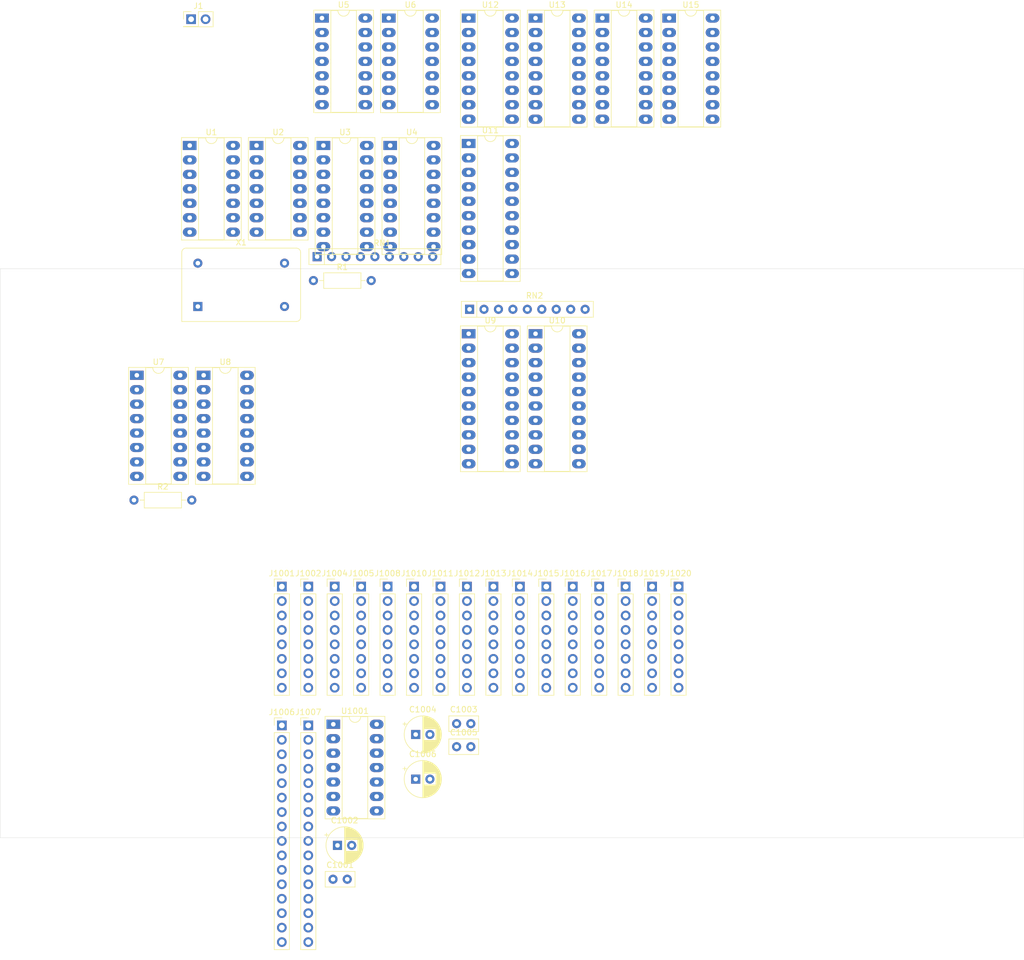
<source format=kicad_pcb>
(kicad_pcb (version 20240108) (generator "pcbnew") (generator_version "8.0")
  (layers (0 "F.Cu" signal) (31 "B.Cu" signal) (34 "B.Paste" user) (35 "F.Paste" user) (36 "B.SilkS" user "B.Silkscreen") (37 "F.SilkS" user "F.Silkscreen") (38 "B.Mask" user) (39 "F.Mask" user) (44 "Edge.Cuts" user))
  (net 0 "")
  (net 1 "GND")
  (net 2 "+5V")
  (net 3 "DB6")
  (net 4 "DB4")
  (net 5 "DB3")
  (net 6 "DB1")
  (net 7 "DB2")
  (net 8 "DB0")
  (net 9 "DB7")
  (net 10 "DB5")
  (net 11 "Net-(J1-Pin_2)")
  (net 12 "IB0")
  (net 13 "IB6")
  (net 14 "IB4")
  (net 15 "IB3")
  (net 16 "IB7")
  (net 17 "IB2")
  (net 18 "IB5")
  (net 19 "IB1")
  (net 20 "FETCH")
  (net 21 "SCLK")
  (net 22 "MOSI")
  (net 23 "MISO")
  (net 24 "~{IRQ}")
  (net 25 "~{RES_DIRTY}")
  (net 26 "Nx_pre_clean")
  (net 27 "xM_pre")
  (net 28 "xL_pre")
  (net 29 "Mx_pre")
  (net 30 "~{SUBR}")
  (net 31 "EXIT")
  (net 32 "Lx_pre")
  (net 33 "xW_pre")
  (net 34 "~{SL2}")
  (net 35 "~{SL0_NULL}")
  (net 36 "~{SL11}")
  (net 37 "~{SL1_PAROE}")
  (net 38 "~{SL5}")
  (net 39 "~{SL6}")
  (net 40 "~{SL4}")
  (net 41 "~{SL13}")
  (net 42 "~{SL14}")
  (net 43 "~{SL8}")
  (net 44 "~{SL12}")
  (net 45 "~{SL15}")
  (net 46 "~{SL10}")
  (net 47 "~{SL3}")
  (net 48 "~{SL9}")
  (net 49 "~{SL7}")
  (net 50 "SH15")
  (net 51 "SH11")
  (net 52 "SH14")
  (net 53 "SH1_PARLE")
  (net 54 "SH5")
  (net 55 "SH13")
  (net 56 "SH9")
  (net 57 "SH8")
  (net 58 "SH0_NULL")
  (net 59 "SH6")
  (net 60 "SH3")
  (net 61 "SH7")
  (net 62 "SH4")
  (net 63 "RES")
  (net 65 "Net-(U7-SER)")
  (net 66 "~{RES}")
  (net 67 "Net-(U1-Pad2)")
  (net 70 "IPH")
  (net 71 "CLOSE")
  (net 72 "DPH")
  (net 73 "Net-(U10-OE)")
  (net 74 "Net-(U8-~{PL})")
  (net 75 "Net-(U7-~{OE})")
  (net 76 "PH2")
  (net 77 "PH1")
  (net 78 "PH3")
  (net 79 "PH0")
  (net 82 "/Enable Register/EL1")
  (net 83 "/Enable Register/EL2")
  (net 84 "/Enable Register/EH0")
  (net 85 "/Enable Register/EH2")
  (net 86 "/Enable Register/EH1")
  (net 87 "/Enable Register/EL3")
  (net 88 "/Enable Register/EL0")
  (net 89 "/Enable Register/EH3")
  (net 90 "SH10")
  (net 91 "SH12")
  (net 92 "SH2")
  (net 93 "~{PH0}")
  (net 94 "~{DPH}")
  (net 95 "~{PH3}")
  (net 96 "PUT")
  (net 97 "~{CLOSE}")
  (net 98 "GET")
  (net 99 "GETPUT")
  (net 100 "~{RCOPY}")
  (net 101 "SCROUNGE")
  (net 102 "FREE")
  (net 103 "~{TRAP}")
  (net 104 "JUMP")
  (net 105 "NZFLAG_I")
  (net 106 "~{xA_CARRY}")
  (net 107 "NZFLAG_R")
  (net 108 "xA_CARRY_OUT")
  (net 109 "ZFLAG_R")
  (net 110 "HI4")
  (net 111 "HI2")
  (net 112 "HI7")
  (net 113 "HI6")
  (net 114 "HI0")
  (net 115 "HI1")
  (net 116 "HI5")
  (net 117 "HI3")
  (net 118 "O6")
  (net 119 "O1")
  (net 120 "O4")
  (net 121 "O3")
  (net 122 "O5")
  (net 123 "O0")
  (net 124 "O2")
  (net 125 "O7")
  (net 126 "PC3")
  (net 127 "PC1")
  (net 128 "PC6")
  (net 129 "PC5")
  (net 130 "PC4")
  (net 131 "PC0")
  (net 132 "PC7")
  (net 133 "PC2")
  (net 134 "~{xM}")
  (net 135 "~{xI}")
  (net 136 "~{xP}")
  (net 137 "~{xS}")
  (net 138 "~{xD}")
  (net 139 "~{xL}")
  (net 140 "~{xR}")
  (net 141 "~{xO}")
  (net 142 "xA")
  (net 143 "xB")
  (net 144 "xC")
  (net 145 "xF")
  (net 146 "xJ")
  (net 147 "xT")
  (net 148 "xW")
  (net 149 "xE")
  (net 150 "~{Dx}")
  (net 151 "~{Px}")
  (net 152 "~{Nx}")
  (net 153 "~{Lx}")
  (net 154 "~{Sx}")
  (net 155 "~{Mx}")
  (net 156 "~{Ix}")
  (net 157 "~{Rx}")
  (net 159 "~{opc_TRAP}")
  (net 160 "~{opc_SYS}")
  (net 161 "~{opc_FIX}")
  (net 162 "~{opc_PAIR}")
  (net 163 "~{opc_ALU}")
  (net 164 "~{opc_DIRO}")
  (net 166 "~{NOP}")
  (net 167 "~{SCL}")
  (net 168 "~{SCH}")
  (net 169 "~{OWN}")
  (net 170 "~{SSO}")
  (net 171 "~{COR}")
  (net 172 "~{SSI}")
  (net 173 "~{RET}")
  (net 174 "~{PUTI}")
  (net 175 "~{GETI}")
  (net 176 "~{PUTD}")
  (net 177 "~{GETO}")
  (net 178 "~{PUTR}")
  (net 179 "~{PUTO}")
  (net 180 "~{GETD}")
  (net 181 "~{GETR}")
  (net 182 "IO2")
  (net 183 "IO1")
  (net 184 "IO4")
  (net 185 "IO5")
  (net 186 "IO0")
  (net 187 "IO3")
  (net 188 "IO7")
  (net 189 "IO6")
  (net 190 "Net-(U1-Pad10)")
  (net 191 "Net-(U3-~{MR})")
  (net 192 "SCL")
  (net 193 "Net-(U6A-~{R})")
  (net 195 "Net-(U3-Q0)")
  (net 196 "Net-(U3-Q1)")
  (net 201 "Sx")
  (net 202 "xS")
  (net 204 "Net-(U6A-~{S})")
  (net 205 "Px")
  (net 206 "SCH")
  (net 210 "SSI")
  (net 211 "SSO")
  (net 212 "xP")
  (footprint "Package_DIP:DIP-16_W7.62mm_Socket_LongPads" (layer "F.Cu") (at 120.355 1.69)
    (property "Reference" "U13" (at 3.81 -2.33 0) (layer "F.SilkS"))
    (property "Value" "74HC238")
    (pad "1" thru_hole rect (at 0 0) (size 2.4 1.6) (drill 0.8) (layers "*.Cu" "*.Mask") (net 84 "/Enable Register/EH0"))
    (pad "2" thru_hole oval (at 0 2.54) (size 2.4 1.6) (drill 0.8) (layers "*.Cu" "*.Mask") (net 86 "/Enable Register/EH1"))
    (pad "3" thru_hole oval (at 0 5.08) (size 2.4 1.6) (drill 0.8) (layers "*.Cu" "*.Mask") (net 85 "/Enable Register/EH2"))
    (pad "4" thru_hole oval (at 0 7.62) (size 2.4 1.6) (drill 0.8) (layers "*.Cu" "*.Mask") (net 1 "GND"))
    (pad "5" thru_hole oval (at 0 10.16) (size 2.4 1.6) (drill 0.8) (layers "*.Cu" "*.Mask") (net 1 "GND"))
    (pad "6" thru_hole oval (at 0 12.7) (size 2.4 1.6) (drill 0.8) (layers "*.Cu" "*.Mask") (net 89 "/Enable Register/EH3"))
    (pad "7" thru_hole oval (at 0 15.24) (size 2.4 1.6) (drill 0.8) (layers "*.Cu" "*.Mask") (net 50 "SH15"))
    (pad "8" thru_hole oval (at 0 17.78) (size 2.4 1.6) (drill 0.8) (layers "*.Cu" "*.Mask") (net 1 "GND"))
    (pad "9" thru_hole oval (at 7.62 17.78) (size 2.4 1.6) (drill 0.8) (layers "*.Cu" "*.Mask") (net 52 "SH14"))
    (pad "10" thru_hole oval (at 7.62 15.24) (size 2.4 1.6) (drill 0.8) (layers "*.Cu" "*.Mask") (net 55 "SH13"))
    (pad "11" thru_hole oval (at 7.62 12.7) (size 2.4 1.6) (drill 0.8) (layers "*.Cu" "*.Mask") (net 91 "SH12"))
    (pad "12" thru_hole oval (at 7.62 10.16) (size 2.4 1.6) (drill 0.8) (layers "*.Cu" "*.Mask") (net 51 "SH11"))
    (pad "13" thru_hole oval (at 7.62 7.62) (size 2.4 1.6) (drill 0.8) (layers "*.Cu" "*.Mask") (net 90 "SH10"))
    (pad "14" thru_hole oval (at 7.62 5.08) (size 2.4 1.6) (drill 0.8) (layers "*.Cu" "*.Mask") (net 56 "SH9"))
    (pad "15" thru_hole oval (at 7.62 2.54) (size 2.4 1.6) (drill 0.8) (layers "*.Cu" "*.Mask") (net 57 "SH8"))
    (pad "16" thru_hole oval (at 7.62 0) (size 2.4 1.6) (drill 0.8) (layers "*.Cu" "*.Mask") (net 2 "+5V"))
  )
  (footprint "Connector_PinHeader_2.54mm:PinHeader_2x01_P2.54mm_Vertical" (layer "F.Cu") (at 59.805 1.89)
    (property "Reference" "J1" (at 1.27 -2.33 0) (layer "F.SilkS"))
    (property "Value" "Conn_02x01")
    (pad "1" thru_hole rect (at 0 0) (size 1.7 1.7) (drill 1) (layers "*.Cu" "*.Mask") (net 1 "GND"))
    (pad "2" thru_hole oval (at 2.54 0) (size 1.7 1.7) (drill 1) (layers "*.Cu" "*.Mask") (net 11 "Net-(J1-Pin_2)"))
  )
  (footprint "Capacitor_THT:C_Disc_D5.0mm_W2.5mm_P2.50mm" (layer "F.Cu") (at 106.48 125.745)
    (property "Reference" "C1003" (at 1.25 -2.5 0) (layer "F.SilkS"))
    (property "Value" "C 100nF")
    (pad "1" thru_hole circle (at 0 0) (size 1.6 1.6) (drill 0.8) (layers "*.Cu" "*.Mask") (net 2 "+5V"))
    (pad "2" thru_hole circle (at 2.5 0) (size 1.6 1.6) (drill 0.8) (layers "*.Cu" "*.Mask") (net 1 "GND"))
  )
  (footprint "Package_DIP:DIP-14_W7.62mm_Socket_LongPads" (layer "F.Cu") (at 82.805 1.69)
    (property "Reference" "U5" (at 3.81 -2.33 0) (layer "F.SilkS"))
    (property "Value" "74AHC04")
    (pad "1" thru_hole rect (at 0 0) (size 2.4 1.6) (drill 0.8) (layers "*.Cu" "*.Mask") (net 206 "SCH"))
    (pad "2" thru_hole oval (at 0 2.54) (size 2.4 1.6) (drill 0.8) (layers "*.Cu" "*.Mask") (net 204 "Net-(U6A-~{S})"))
    (pad "3" thru_hole oval (at 0 5.08) (size 2.4 1.6) (drill 0.8) (layers "*.Cu" "*.Mask") (net 202 "xS"))
    (pad "4" thru_hole oval (at 0 7.62) (size 2.4 1.6) (drill 0.8) (layers "*.Cu" "*.Mask") (net 74 "Net-(U8-~{PL})"))
    (pad "5" thru_hole oval (at 0 10.16) (size 2.4 1.6) (drill 0.8) (layers "*.Cu" "*.Mask") (net 201 "Sx"))
    (pad "6" thru_hole oval (at 0 12.7) (size 2.4 1.6) (drill 0.8) (layers "*.Cu" "*.Mask") (net 75 "Net-(U7-~{OE})"))
    (pad "7" thru_hole oval (at 0 15.24) (size 2.4 1.6) (drill 0.8) (layers "*.Cu" "*.Mask") (net 1 "GND"))
    (pad "8" thru_hole oval (at 7.62 15.24) (size 2.4 1.6) (drill 0.8) (layers "*.Cu" "*.Mask") (net 73 "Net-(U10-OE)"))
    (pad "9" thru_hole oval (at 7.62 12.7) (size 2.4 1.6) (drill 0.8) (layers "*.Cu" "*.Mask") (net 205 "Px"))
    (pad "10" thru_hole oval (at 7.62 10.16) (size 2.4 1.6) (drill 0.8) (layers "*.Cu" "*.Mask"))
    (pad "11" thru_hole oval (at 7.62 7.62) (size 2.4 1.6) (drill 0.8) (layers "*.Cu" "*.Mask") (net 1 "GND"))
    (pad "12" thru_hole oval (at 7.62 5.08) (size 2.4 1.6) (drill 0.8) (layers "*.Cu" "*.Mask"))
    (pad "13" thru_hole oval (at 7.62 2.54) (size 2.4 1.6) (drill 0.8) (layers "*.Cu" "*.Mask"))
    (pad "14" thru_hole oval (at 7.62 0) (size 2.4 1.6) (drill 0.8) (layers "*.Cu" "*.Mask") (net 2 "+5V"))
  )
  (footprint "Connector_PinHeader_2.54mm:PinHeader_1x08_P2.54mm_Vertical" (layer "F.Cu") (at 99 101.645)
    (property "Reference" "J1010" (at 0 -2.33 0) (layer "F.SilkS"))
    (property "Value" "Conn_01x08_Pin")
    (pad "1" thru_hole rect (at 0 0) (size 1.7 1.7) (drill 1) (layers "*.Cu" "*.Mask") (net 97 "~{CLOSE}"))
    (pad "2" thru_hole oval (at 0 2.54) (size 1.7 1.7) (drill 1) (layers "*.Cu" "*.Mask") (net 102 "FREE"))
    (pad "3" thru_hole oval (at 0 5.08) (size 1.7 1.7) (drill 1) (layers "*.Cu" "*.Mask") (net 100 "~{RCOPY}"))
    (pad "4" thru_hole oval (at 0 7.62) (size 1.7 1.7) (drill 1) (layers "*.Cu" "*.Mask") (net 101 "SCROUNGE"))
    (pad "5" thru_hole oval (at 0 10.16) (size 1.7 1.7) (drill 1) (layers "*.Cu" "*.Mask") (net 103 "~{TRAP}"))
    (pad "6" thru_hole oval (at 0 12.7) (size 1.7 1.7) (drill 1) (layers "*.Cu" "*.Mask") (net 98 "GET"))
    (pad "7" thru_hole oval (at 0 15.24) (size 1.7 1.7) (drill 1) (layers "*.Cu" "*.Mask") (net 96 "PUT"))
    (pad "8" thru_hole oval (at 0 17.78) (size 1.7 1.7) (drill 1) (layers "*.Cu" "*.Mask") (net 99 "GETPUT"))
  )
  (footprint "Connector_PinHeader_2.54mm:PinHeader_1x08_P2.54mm_Vertical" (layer "F.Cu") (at 75.75 101.645)
    (property "Reference" "J1001" (at 0 -2.33 0) (layer "F.SilkS"))
    (property "Value" "Conn_01x08_Pin")
    (pad "1" thru_hole rect (at 0 0) (size 1.7 1.7) (drill 1) (layers "*.Cu" "*.Mask") (net 8 "DB0"))
    (pad "2" thru_hole oval (at 0 2.54) (size 1.7 1.7) (drill 1) (layers "*.Cu" "*.Mask") (net 6 "DB1"))
    (pad "3" thru_hole oval (at 0 5.08) (size 1.7 1.7) (drill 1) (layers "*.Cu" "*.Mask") (net 7 "DB2"))
    (pad "4" thru_hole oval (at 0 7.62) (size 1.7 1.7) (drill 1) (layers "*.Cu" "*.Mask") (net 5 "DB3"))
    (pad "5" thru_hole oval (at 0 10.16) (size 1.7 1.7) (drill 1) (layers "*.Cu" "*.Mask") (net 4 "DB4"))
    (pad "6" thru_hole oval (at 0 12.7) (size 1.7 1.7) (drill 1) (layers "*.Cu" "*.Mask") (net 10 "DB5"))
    (pad "7" thru_hole oval (at 0 15.24) (size 1.7 1.7) (drill 1) (layers "*.Cu" "*.Mask") (net 3 "DB6"))
    (pad "8" thru_hole oval (at 0 17.78) (size 1.7 1.7) (drill 1) (layers "*.Cu" "*.Mask") (net 9 "DB7"))
  )
  (footprint "Package_DIP:DIP-16_W7.62mm_Socket_LongPads" (layer "F.Cu") (at 132.105 1.69)
    (property "Reference" "U14" (at 3.81 -2.33 0) (layer "F.SilkS"))
    (property "Value" "74AHC138")
    (pad "1" thru_hole rect (at 0 0) (size 2.4 1.6) (drill 0.8) (layers "*.Cu" "*.Mask") (net 88 "/Enable Register/EL0"))
    (pad "2" thru_hole oval (at 0 2.54) (size 2.4 1.6) (drill 0.8) (layers "*.Cu" "*.Mask") (net 82 "/Enable Register/EL1"))
    (pad "3" thru_hole oval (at 0 5.08) (size 2.4 1.6) (drill 0.8) (layers "*.Cu" "*.Mask") (net 83 "/Enable Register/EL2"))
    (pad "4" thru_hole oval (at 0 7.62) (size 2.4 1.6) (drill 0.8) (layers "*.Cu" "*.Mask") (net 87 "/Enable Register/EL3"))
    (pad "5" thru_hole oval (at 0 10.16) (size 2.4 1.6) (drill 0.8) (layers "*.Cu" "*.Mask") (net 1 "GND"))
    (pad "6" thru_hole oval (at 0 12.7) (size 2.4 1.6) (drill 0.8) (layers "*.Cu" "*.Mask") (net 2 "+5V"))
    (pad "7" thru_hole oval (at 0 15.24) (size 2.4 1.6) (drill 0.8) (layers "*.Cu" "*.Mask") (net 49 "~{SL7}"))
    (pad "8" thru_hole oval (at 0 17.78) (size 2.4 1.6) (drill 0.8) (layers "*.Cu" "*.Mask") (net 1 "GND"))
    (pad "9" thru_hole oval (at 7.62 17.78) (size 2.4 1.6) (drill 0.8) (layers "*.Cu" "*.Mask") (net 39 "~{SL6}"))
    (pad "10" thru_hole oval (at 7.62 15.24) (size 2.4 1.6) (drill 0.8) (layers "*.Cu" "*.Mask") (net 38 "~{SL5}"))
    (pad "11" thru_hole oval (at 7.62 12.7) (size 2.4 1.6) (drill 0.8) (layers "*.Cu" "*.Mask") (net 40 "~{SL4}"))
    (pad "12" thru_hole oval (at 7.62 10.16) (size 2.4 1.6) (drill 0.8) (layers "*.Cu" "*.Mask") (net 47 "~{SL3}"))
    (pad "13" thru_hole oval (at 7.62 7.62) (size 2.4 1.6) (drill 0.8) (layers "*.Cu" "*.Mask") (net 34 "~{SL2}"))
    (pad "14" thru_hole oval (at 7.62 5.08) (size 2.4 1.6) (drill 0.8) (layers "*.Cu" "*.Mask") (net 37 "~{SL1_PAROE}"))
    (pad "15" thru_hole oval (at 7.62 2.54) (size 2.4 1.6) (drill 0.8) (layers "*.Cu" "*.Mask") (net 35 "~{SL0_NULL}"))
    (pad "16" thru_hole oval (at 7.62 0) (size 2.4 1.6) (drill 0.8) (layers "*.Cu" "*.Mask") (net 2 "+5V"))
  )
  (footprint "Package_DIP:DIP-14_W7.62mm_Socket_LongPads" (layer "F.Cu") (at 84.8 125.845)
    (property "Reference" "U1001" (at 3.81 -2.33 0) (layer "F.SilkS"))
    (property "Value" "74AHC04")
    (pad "1" thru_hole rect (at 0 0) (size 2.4 1.6) (drill 0.8) (layers "*.Cu" "*.Mask"))
    (pad "2" thru_hole oval (at 0 2.54) (size 2.4 1.6) (drill 0.8) (layers "*.Cu" "*.Mask"))
    (pad "3" thru_hole oval (at 0 5.08) (size 2.4 1.6) (drill 0.8) (layers "*.Cu" "*.Mask"))
    (pad "4" thru_hole oval (at 0 7.62) (size 2.4 1.6) (drill 0.8) (layers "*.Cu" "*.Mask"))
    (pad "5" thru_hole oval (at 0 10.16) (size 2.4 1.6) (drill 0.8) (layers "*.Cu" "*.Mask"))
    (pad "6" thru_hole oval (at 0 12.7) (size 2.4 1.6) (drill 0.8) (layers "*.Cu" "*.Mask"))
    (pad "7" thru_hole oval (at 0 15.24) (size 2.4 1.6) (drill 0.8) (layers "*.Cu" "*.Mask"))
    (pad "8" thru_hole oval (at 7.62 15.24) (size 2.4 1.6) (drill 0.8) (layers "*.Cu" "*.Mask"))
    (pad "9" thru_hole oval (at 7.62 12.7) (size 2.4 1.6) (drill 0.8) (layers "*.Cu" "*.Mask"))
    (pad "10" thru_hole oval (at 7.62 10.16) (size 2.4 1.6) (drill 0.8) (layers "*.Cu" "*.Mask"))
    (pad "11" thru_hole oval (at 7.62 7.62) (size 2.4 1.6) (drill 0.8) (layers "*.Cu" "*.Mask"))
    (pad "12" thru_hole oval (at 7.62 5.08) (size 2.4 1.6) (drill 0.8) (layers "*.Cu" "*.Mask") (net 63 "RES"))
    (pad "13" thru_hole oval (at 7.62 2.54) (size 2.4 1.6) (drill 0.8) (layers "*.Cu" "*.Mask") (net 66 "~{RES}"))
    (pad "14" thru_hole oval (at 7.62 0) (size 2.4 1.6) (drill 0.8) (layers "*.Cu" "*.Mask"))
  )
  (footprint "Resistor_THT:R_Array_SIP9" (layer "F.Cu") (at 81.955 43.64)
    (property "Reference" "RN1" (at 11.43 -2.4 0) (layer "F.SilkS"))
    (property "Value" "R_Network08 100K")
    (pad "1" thru_hole rect (at 0 0) (size 1.6 1.6) (drill 0.8) (layers "*.Cu" "*.Mask") (net 1 "GND"))
    (pad "2" thru_hole oval (at 2.54 0) (size 1.6 1.6) (drill 0.8) (layers "*.Cu" "*.Mask") (net 9 "DB7"))
    (pad "3" thru_hole oval (at 5.08 0) (size 1.6 1.6) (drill 0.8) (layers "*.Cu" "*.Mask") (net 3 "DB6"))
    (pad "4" thru_hole oval (at 7.62 0) (size 1.6 1.6) (drill 0.8) (layers "*.Cu" "*.Mask") (net 10 "DB5"))
    (pad "5" thru_hole oval (at 10.16 0) (size 1.6 1.6) (drill 0.8) (layers "*.Cu" "*.Mask") (net 4 "DB4"))
    (pad "6" thru_hole oval (at 12.7 0) (size 1.6 1.6) (drill 0.8) (layers "*.Cu" "*.Mask") (net 5 "DB3"))
    (pad "7" thru_hole oval (at 15.24 0) (size 1.6 1.6) (drill 0.8) (layers "*.Cu" "*.Mask") (net 7 "DB2"))
    (pad "8" thru_hole oval (at 17.78 0) (size 1.6 1.6) (drill 0.8) (layers "*.Cu" "*.Mask") (net 6 "DB1"))
    (pad "9" thru_hole oval (at 20.32 0) (size 1.6 1.6) (drill 0.8) (layers "*.Cu" "*.Mask") (net 8 "DB0"))
  )
  (footprint "Resistor_THT:R_Array_SIP9" (layer "F.Cu") (at 108.755 52.89)
    (property "Reference" "RN2" (at 11.43 -2.4 0) (layer "F.SilkS"))
    (property "Value" "R_Network08 100K")
    (pad "1" thru_hole rect (at 0 0) (size 1.6 1.6) (drill 0.8) (layers "*.Cu" "*.Mask") (net 1 "GND"))
    (pad "2" thru_hole oval (at 2.54 0) (size 1.6 1.6) (drill 0.8) (layers "*.Cu" "*.Mask") (net 188 "IO7"))
    (pad "3" thru_hole oval (at 5.08 0) (size 1.6 1.6) (drill 0.8) (layers "*.Cu" "*.Mask") (net 189 "IO6"))
    (pad "4" thru_hole oval (at 7.62 0) (size 1.6 1.6) (drill 0.8) (layers "*.Cu" "*.Mask") (net 185 "IO5"))
    (pad "5" thru_hole oval (at 10.16 0) (size 1.6 1.6) (drill 0.8) (layers "*.Cu" "*.Mask") (net 184 "IO4"))
    (pad "6" thru_hole oval (at 12.7 0) (size 1.6 1.6) (drill 0.8) (layers "*.Cu" "*.Mask") (net 187 "IO3"))
    (pad "7" thru_hole oval (at 15.24 0) (size 1.6 1.6) (drill 0.8) (layers "*.Cu" "*.Mask") (net 182 "IO2"))
    (pad "8" thru_hole oval (at 17.78 0) (size 1.6 1.6) (drill 0.8) (layers "*.Cu" "*.Mask") (net 183 "IO1"))
    (pad "9" thru_hole oval (at 20.32 0) (size 1.6 1.6) (drill 0.8) (layers "*.Cu" "*.Mask") (net 186 "IO0"))
  )
  (footprint "Connector_PinHeader_2.54mm:PinHeader_1x08_P2.54mm_Vertical" (layer "F.Cu") (at 103.65 101.645)
    (property "Reference" "J1011" (at 0 -2.33 0) (layer "F.SilkS"))
    (property "Value" "Conn_01x08_Pin")
    (pad "1" thru_hole rect (at 0 0) (size 1.7 1.7) (drill 1) (layers "*.Cu" "*.Mask") (net 105 "NZFLAG_I"))
    (pad "2" thru_hole oval (at 0 2.54) (size 1.7 1.7) (drill 1) (layers "*.Cu" "*.Mask") (net 107 "NZFLAG_R"))
    (pad "3" thru_hole oval (at 0 5.08) (size 1.7 1.7) (drill 1) (layers "*.Cu" "*.Mask") (net 109 "ZFLAG_R"))
    (pad "4" thru_hole oval (at 0 7.62) (size 1.7 1.7) (drill 1) (layers "*.Cu" "*.Mask") (net 104 "JUMP"))
    (pad "5" thru_hole oval (at 0 10.16) (size 1.7 1.7) (drill 1) (layers "*.Cu" "*.Mask") (net 70 "IPH"))
    (pad "6" thru_hole oval (at 0 12.7) (size 1.7 1.7) (drill 1) (layers "*.Cu" "*.Mask") (net 76 "PH2"))
    (pad "7" thru_hole oval (at 0 15.24) (size 1.7 1.7) (drill 1) (layers "*.Cu" "*.Mask") (net 108 "xA_CARRY_OUT"))
    (pad "8" thru_hole oval (at 0 17.78) (size 1.7 1.7) (drill 1) (layers "*.Cu" "*.Mask") (net 106 "~{xA_CARRY}"))
  )
  (footprint "Package_DIP:DIP-16_W7.62mm_Socket_LongPads" (layer "F.Cu") (at 83.055 24.09)
    (property "Reference" "U3" (at 3.81 -2.33 0) (layer "F.SilkS"))
    (property "Value" "74HC163")
    (pad "1" thru_hole rect (at 0 0) (size 2.4 1.6) (drill 0.8) (layers "*.Cu" "*.Mask") (net 191 "Net-(U3-~{MR})"))
    (pad "2" thru_hole oval (at 0 2.54) (size 2.4 1.6) (drill 0.8) (layers "*.Cu" "*.Mask") (net 11 "Net-(J1-Pin_2)"))
    (pad "3" thru_hole oval (at 0 5.08) (size 2.4 1.6) (drill 0.8) (layers "*.Cu" "*.Mask") (net 1 "GND"))
    (pad "4" thru_hole oval (at 0 7.62) (size 2.4 1.6) (drill 0.8) (layers "*.Cu" "*.Mask") (net 1 "GND"))
    (pad "5" thru_hole oval (at 0 10.16) (size 2.4 1.6) (drill 0.8) (layers "*.Cu" "*.Mask") (net 1 "GND"))
    (pad "6" thru_hole oval (at 0 12.7) (size 2.4 1.6) (drill 0.8) (layers "*.Cu" "*.Mask") (net 1 "GND"))
    (pad "7" thru_hole oval (at 0 15.24) (size 2.4 1.6) (drill 0.8) (layers "*.Cu" "*.Mask") (net 2 "+5V"))
    (pad "8" thru_hole oval (at 0 17.78) (size 2.4 1.6) (drill 0.8) (layers "*.Cu" "*.Mask") (net 1 "GND"))
    (pad "9" thru_hole oval (at 7.62 17.78) (size 2.4 1.6) (drill 0.8) (layers "*.Cu" "*.Mask") (net 2 "+5V"))
    (pad "10" thru_hole oval (at 7.62 15.24) (size 2.4 1.6) (drill 0.8) (layers "*.Cu" "*.Mask") (net 2 "+5V"))
    (pad "11" thru_hole oval (at 7.62 12.7) (size 2.4 1.6) (drill 0.8) (layers "*.Cu" "*.Mask") (net 71 "CLOSE"))
    (pad "12" thru_hole oval (at 7.62 10.16) (size 2.4 1.6) (drill 0.8) (layers "*.Cu" "*.Mask") (net 72 "DPH"))
    (pad "13" thru_hole oval (at 7.62 7.62) (size 2.4 1.6) (drill 0.8) (layers "*.Cu" "*.Mask") (net 196 "Net-(U3-Q1)"))
    (pad "14" thru_hole oval (at 7.62 5.08) (size 2.4 1.6) (drill 0.8) (layers "*.Cu" "*.Mask") (net 195 "Net-(U3-Q0)"))
    (pad "15" thru_hole oval (at 7.62 2.54) (size 2.4 1.6) (drill 0.8) (layers "*.Cu" "*.Mask"))
    (pad "16" thru_hole oval (at 7.62 0) (size 2.4 1.6) (drill 0.8) (layers "*.Cu" "*.Mask") (net 2 "+5V"))
  )
  (footprint "Connector_PinHeader_2.54mm:PinHeader_1x16_P2.54mm_Vertical" (layer "F.Cu") (at 75.75 126.045)
    (property "Reference" "J1006" (at 0 -2.33 0) (layer "F.SilkS"))
    (property "Value" "Conn_01x16_Pin")
    (pad "1" thru_hole rect (at 0 0) (size 1.7 1.7) (drill 1) (layers "*.Cu" "*.Mask") (net 35 "~{SL0_NULL}"))
    (pad "2" thru_hole oval (at 0 2.54) (size 1.7 1.7) (drill 1) (layers "*.Cu" "*.Mask") (net 37 "~{SL1_PAROE}"))
    (pad "3" thru_hole oval (at 0 5.08) (size 1.7 1.7) (drill 1) (layers "*.Cu" "*.Mask") (net 34 "~{SL2}"))
    (pad "4" thru_hole oval (at 0 7.62) (size 1.7 1.7) (drill 1) (layers "*.Cu" "*.Mask") (net 47 "~{SL3}"))
    (pad "5" thru_hole oval (at 0 10.16) (size 1.7 1.7) (drill 1) (layers "*.Cu" "*.Mask") (net 40 "~{SL4}"))
    (pad "6" thru_hole oval (at 0 12.7) (size 1.7 1.7) (drill 1) (layers "*.Cu" "*.Mask") (net 38 "~{SL5}"))
    (pad "7" thru_hole oval (at 0 15.24) (size 1.7 1.7) (drill 1) (layers "*.Cu" "*.Mask") (net 39 "~{SL6}"))
    (pad "8" thru_hole oval (at 0 17.78) (size 1.7 1.7) (drill 1) (layers "*.Cu" "*.Mask") (net 49 "~{SL7}"))
    (pad "9" thru_hole oval (at 0 20.32) (size 1.7 1.7) (drill 1) (layers "*.Cu" "*.Mask") (net 43 "~{SL8}"))
    (pad "10" thru_hole oval (at 0 22.86) (size 1.7 1.7) (drill 1) (layers "*.Cu" "*.Mask") (net 48 "~{SL9}"))
    (pad "11" thru_hole oval (at 0 25.4) (size 1.7 1.7) (drill 1) (layers "*.Cu" "*.Mask") (net 46 "~{SL10}"))
    (pad "12" thru_hole oval (at 0 27.94) (size 1.7 1.7) (drill 1) (layers "*.Cu" "*.Mask") (net 36 "~{SL11}"))
    (pad "13" thru_hole oval (at 0 30.48) (size 1.7 1.7) (drill 1) (layers "*.Cu" "*.Mask") (net 44 "~{SL12}"))
    (pad "14" thru_hole oval (at 0 33.02) (size 1.7 1.7) (drill 1) (layers "*.Cu" "*.Mask") (net 41 "~{SL13}"))
    (pad "15" thru_hole oval (at 0 35.56) (size 1.7 1.7) (drill 1) (layers "*.Cu" "*.Mask") (net 42 "~{SL14}"))
    (pad "16" thru_hole oval (at 0 38.1) (size 1.7 1.7) (drill 1) (layers "*.Cu" "*.Mask") (net 45 "~{SL15}"))
  )
  (footprint "Package_DIP:DIP-14_W7.62mm_Socket_LongPads" (layer "F.Cu") (at 94.555 1.69)
    (property "Reference" "U6" (at 3.81 -2.33 0) (layer "F.SilkS"))
    (property "Value" "74HC74")
    (pad "1" thru_hole rect (at 0 0) (size 2.4 1.6) (drill 0.8) (layers "*.Cu" "*.Mask") (net 193 "Net-(U6A-~{R})"))
    (pad "2" thru_hole oval (at 0 2.54) (size 2.4 1.6) (drill 0.8) (layers "*.Cu" "*.Mask") (net 2 "+5V"))
    (pad "3" thru_hole oval (at 0 5.08) (size 2.4 1.6) (drill 0.8) (layers "*.Cu" "*.Mask") (net 1 "GND"))
    (pad "4" thru_hole oval (at 0 7.62) (size 2.4 1.6) (drill 0.8) (layers "*.Cu" "*.Mask") (net 204 "Net-(U6A-~{S})"))
    (pad "5" thru_hole oval (at 0 10.16) (size 2.4 1.6) (drill 0.8) (layers "*.Cu" "*.Mask") (net 21 "SCLK"))
    (pad "6" thru_hole oval (at 0 12.7) (size 2.4 1.6) (drill 0.8) (layers "*.Cu" "*.Mask"))
    (pad "7" thru_hole oval (at 0 15.24) (size 2.4 1.6) (drill 0.8) (layers "*.Cu" "*.Mask") (net 1 "GND"))
    (pad "8" thru_hole oval (at 7.62 15.24) (size 2.4 1.6) (drill 0.8) (layers "*.Cu" "*.Mask"))
    (pad "9" thru_hole oval (at 7.62 12.7) (size 2.4 1.6) (drill 0.8) (layers "*.Cu" "*.Mask"))
    (pad "10" thru_hole oval (at 7.62 10.16) (size 2.4 1.6) (drill 0.8) (layers "*.Cu" "*.Mask") (net 2 "+5V"))
    (pad "11" thru_hole oval (at 7.62 7.62) (size 2.4 1.6) (drill 0.8) (layers "*.Cu" "*.Mask") (net 1 "GND"))
    (pad "12" thru_hole oval (at 7.62 5.08) (size 2.4 1.6) (drill 0.8) (layers "*.Cu" "*.Mask") (net 1 "GND"))
    (pad "13" thru_hole oval (at 7.62 2.54) (size 2.4 1.6) (drill 0.8) (layers "*.Cu" "*.Mask") (net 2 "+5V"))
    (pad "14" thru_hole oval (at 7.62 0) (size 2.4 1.6) (drill 0.8) (layers "*.Cu" "*.Mask") (net 2 "+5V"))
  )
  (footprint "Oscillator:Oscillator_DIP-14" (layer "F.Cu") (at 60.985 52.4)
    (property "Reference" "X1" (at 7.62 -11.26 0) (layer "F.SilkS"))
    (property "Value" "CXO_DIP14")
    (pad "1" thru_hole rect (at 0 0) (size 1.6 1.6) (drill 0.8) (layers "*.Cu" "*.Mask") (net 2 "+5V"))
    (pad "7" thru_hole circle (at 15.24 0) (size 1.6 1.6) (drill 0.8) (layers "*.Cu" "*.Mask") (net 1 "GND"))
    (pad "8" thru_hole circle (at 15.24 -7.62) (size 1.6 1.6) (drill 0.8) (layers "*.Cu" "*.Mask") (net 11 "Net-(J1-Pin_2)"))
    (pad "14" thru_hole circle (at 0 -7.62) (size 1.6 1.6) (drill 0.8) (layers "*.Cu" "*.Mask") (net 2 "+5V"))
  )
  (footprint "Resistor_THT:R_Axial_DIN0207_L6.3mm_D2.5mm_P10.16mm_Horizontal" (layer "F.Cu") (at 81.305 47.84)
    (property "Reference" "R1" (at 5.08 -2.37 0) (layer "F.SilkS"))
    (property "Value" "R47k")
    (pad "1" thru_hole circle (at 0 0) (size 1.6 1.6) (drill 0.8) (layers "*.Cu" "*.Mask") (net 25 "~{RES_DIRTY}"))
    (pad "2" thru_hole oval (at 10.16 0) (size 1.6 1.6) (drill 0.8) (layers "*.Cu" "*.Mask") (net 2 "+5V"))
  )
  (footprint "Connector_PinHeader_2.54mm:PinHeader_1x08_P2.54mm_Vertical" (layer "F.Cu") (at 80.4 101.645)
    (property "Reference" "J1002" (at 0 -2.33 0) (layer "F.SilkS"))
    (property "Value" "Conn_01x08_Pin")
    (pad "1" thru_hole rect (at 0 0) (size 1.7 1.7) (drill 1) (layers "*.Cu" "*.Mask") (net 12 "IB0"))
    (pad "2" thru_hole oval (at 0 2.54) (size 1.7 1.7) (drill 1) (layers "*.Cu" "*.Mask") (net 19 "IB1"))
    (pad "3" thru_hole oval (at 0 5.08) (size 1.7 1.7) (drill 1) (layers "*.Cu" "*.Mask") (net 17 "IB2"))
    (pad "4" thru_hole oval (at 0 7.62) (size 1.7 1.7) (drill 1) (layers "*.Cu" "*.Mask") (net 15 "IB3"))
    (pad "5" thru_hole oval (at 0 10.16) (size 1.7 1.7) (drill 1) (layers "*.Cu" "*.Mask") (net 14 "IB4"))
    (pad "6" thru_hole oval (at 0 12.7) (size 1.7 1.7) (drill 1) (layers "*.Cu" "*.Mask") (net 18 "IB5"))
    (pad "7" thru_hole oval (at 0 15.24) (size 1.7 1.7) (drill 1) (layers "*.Cu" "*.Mask") (net 13 "IB6"))
    (pad "8" thru_hole oval (at 0 17.78) (size 1.7 1.7) (drill 1) (layers "*.Cu" "*.Mask") (net 16 "IB7"))
  )
  (footprint "Connector_PinHeader_2.54mm:PinHeader_1x08_P2.54mm_Vertical" (layer "F.Cu") (at 85.05 101.645)
    (property "Reference" "J1004" (at 0 -2.33 0) (layer "F.SilkS"))
    (property "Value" "Conn_01x08_Pin")
    (pad "1" thru_hole rect (at 0 0) (size 1.7 1.7) (drill 1) (layers "*.Cu" "*.Mask") (net 24 "~{IRQ}"))
    (pad "2" thru_hole oval (at 0 2.54) (size 1.7 1.7) (drill 1) (layers "*.Cu" "*.Mask") (net 63 "RES"))
    (pad "3" thru_hole oval (at 0 5.08) (size 1.7 1.7) (drill 1) (layers "*.Cu" "*.Mask") (net 21 "SCLK"))
    (pad "4" thru_hole oval (at 0 7.62) (size 1.7 1.7) (drill 1) (layers "*.Cu" "*.Mask") (net 66 "~{RES}"))
    (pad "5" thru_hole oval (at 0 10.16) (size 1.7 1.7) (drill 1) (layers "*.Cu" "*.Mask") (net 23 "MISO"))
    (pad "6" thru_hole oval (at 0 12.7) (size 1.7 1.7) (drill 1) (layers "*.Cu" "*.Mask") (net 22 "MOSI"))
    (pad "7" thru_hole oval (at 0 15.24) (size 1.7 1.7) (drill 1) (layers "*.Cu" "*.Mask") (net 20 "FETCH"))
    (pad "8" thru_hole oval (at 0 17.78) (size 1.7 1.7) (drill 1) (layers "*.Cu" "*.Mask") (net 25 "~{RES_DIRTY}"))
  )
  (footprint "Connector_PinHeader_2.54mm:PinHeader_1x08_P2.54mm_Vertical" (layer "F.Cu") (at 89.7 101.645)
    (property "Reference" "J1005" (at 0 -2.33 0) (layer "F.SilkS"))
    (property "Value" "Conn_01x08_Pin")
    (pad "1" thru_hole rect (at 0 0) (size 1.7 1.7) (drill 1) (layers "*.Cu" "*.Mask") (net 31 "EXIT"))
    (pad "2" thru_hole oval (at 0 2.54) (size 1.7 1.7) (drill 1) (layers "*.Cu" "*.Mask") (net 30 "~{SUBR}"))
    (pad "3" thru_hole oval (at 0 5.08) (size 1.7 1.7) (drill 1) (layers "*.Cu" "*.Mask") (net 28 "xL_pre"))
    (pad "4" thru_hole oval (at 0 7.62) (size 1.7 1.7) (drill 1) (layers "*.Cu" "*.Mask") (net 32 "Lx_pre"))
    (pad "5" thru_hole oval (at 0 10.16) (size 1.7 1.7) (drill 1) (layers "*.Cu" "*.Mask") (net 26 "Nx_pre_clean"))
    (pad "6" thru_hole oval (at 0 12.7) (size 1.7 1.7) (drill 1) (layers "*.Cu" "*.Mask") (net 27 "xM_pre"))
    (pad "7" thru_hole oval (at 0 15.24) (size 1.7 1.7) (drill 1) (layers "*.Cu" "*.Mask") (net 29 "Mx_pre"))
    (pad "8" thru_hole oval (at 0 17.78) (size 1.7 1.7) (drill 1) (layers "*.Cu" "*.Mask") (net 33 "xW_pre"))
  )
  (footprint "Package_DIP:DIP-16_W7.62mm_Socket_LongPads" (layer "F.Cu") (at 62.005 64.49)
    (property "Reference" "U8" (at 3.81 -2.33 0) (layer "F.SilkS"))
    (property "Value" "74HC165")
    (pad "1" thru_hole rect (at 0 0) (size 2.4 1.6) (drill 0.8) (layers "*.Cu" "*.Mask") (net 74 "Net-(U8-~{PL})"))
    (pad "2" thru_hole oval (at 0 2.54) (size 2.4 1.6) (drill 0.8) (layers "*.Cu" "*.Mask") (net 211 "SSO"))
    (pad "3" thru_hole oval (at 0 5.08) (size 2.4 1.6) (drill 0.8) (layers "*.Cu" "*.Mask") (net 4 "DB4"))
    (pad "4" thru_hole oval (at 0 7.62) (size 2.4 1.6) (drill 0.8) (layers "*.Cu" "*.Mask") (net 10 "DB5"))
    (pad "5" thru_hole oval (at 0 10.16) (size 2.4 1.6) (drill 0.8) (layers "*.Cu" "*.Mask") (net 3 "DB6"))
    (pad "6" thru_hole oval (at 0 12.7) (size 2.4 1.6) (drill 0.8) (layers "*.Cu" "*.Mask") (net 9 "DB7"))
    (pad "7" thru_hole oval (at 0 15.24) (size 2.4 1.6) (drill 0.8) (layers "*.Cu" "*.Mask"))
    (pad "8" thru_hole oval (at 0 17.78) (size 2.4 1.6) (drill 0.8) (layers "*.Cu" "*.Mask") (net 1 "GND"))
    (pad "9" thru_hole oval (at 7.62 17.78) (size 2.4 1.6) (drill 0.8) (layers "*.Cu" "*.Mask") (net 22 "MOSI"))
    (pad "10" thru_hole oval (at 7.62 15.24) (size 2.4 1.6) (drill 0.8) (layers "*.Cu" "*.Mask") (net 1 "GND"))
    (pad "11" thru_hole oval (at 7.62 12.7) (size 2.4 1.6) (drill 0.8) (layers "*.Cu" "*.Mask") (net 8 "DB0"))
    (pad "12" thru_hole oval (at 7.62 10.16) (size 2.4 1.6) (drill 0.8) (layers "*.Cu" "*.Mask") (net 6 "DB1"))
    (pad "13" thru_hole oval (at 7.62 7.62) (size 2.4 1.6) (drill 0.8) (layers "*.Cu" "*.Mask") (net 7 "DB2"))
    (pad "14" thru_hole oval (at 7.62 5.08) (size 2.4 1.6) (drill 0.8) (layers "*.Cu" "*.Mask") (net 5 "DB3"))
    (pad "15" thru_hole oval (at 7.62 2.54) (size 2.4 1.6) (drill 0.8) (layers "*.Cu" "*.Mask") (net 1 "GND"))
    (pad "16" thru_hole oval (at 7.62 0) (size 2.4 1.6) (drill 0.8) (layers "*.Cu" "*.Mask") (net 2 "+5V"))
  )
  (footprint "Capacitor_THT:CP_Radial_D6.3mm_P2.50mm" (layer "F.Cu") (at 99.285241 127.645)
    (property "Reference" "C1004" (at 1.25 -4.4 0) (layer "F.SilkS"))
    (property "Value" "CP 10μF")
    (pad "1" thru_hole rect (at 0 0) (size 1.6 1.6) (drill 0.8) (layers "*.Cu" "*.Mask") (net 2 "+5V"))
    (pad "2" thru_hole circle (at 2.5 0) (size 1.6 1.6) (drill 0.8) (layers "*.Cu" "*.Mask") (net 1 "GND"))
  )
  (footprint "Capacitor_THT:C_Disc_D5.0mm_W2.5mm_P2.50mm" (layer "F.Cu") (at 84.75 153.095)
    (property "Reference" "C1001" (at 1.25 -2.5 0) (layer "F.SilkS"))
    (property "Value" "C 100nF")
    (pad "1" thru_hole circle (at 0 0) (size 1.6 1.6) (drill 0.8) (layers "*.Cu" "*.Mask") (net 2 "+5V"))
    (pad "2" thru_hole circle (at 2.5 0) (size 1.6 1.6) (drill 0.8) (layers "*.Cu" "*.Mask") (net 1 "GND"))
  )
  (footprint "Connector_PinHeader_2.54mm:PinHeader_1x08_P2.54mm_Vertical" (layer "F.Cu") (at 112.95 101.645)
    (property "Reference" "J1013" (at 0 -2.33 0) (layer "F.SilkS"))
    (property "Value" "Conn_01x08_Pin")
    (pad "1" thru_hole rect (at 0 0) (size 1.7 1.7) (drill 1) (layers "*.Cu" "*.Mask") (net 123 "O0"))
    (pad "2" thru_hole oval (at 0 2.54) (size 1.7 1.7) (drill 1) (layers "*.Cu" "*.Mask") (net 119 "O1"))
    (pad "3" thru_hole oval (at 0 5.08) (size 1.7 1.7) (drill 1) (layers "*.Cu" "*.Mask") (net 124 "O2"))
    (pad "4" thru_hole oval (at 0 7.62) (size 1.7 1.7) (drill 1) (layers "*.Cu" "*.Mask") (net 121 "O3"))
    (pad "5" thru_hole oval (at 0 10.16) (size 1.7 1.7) (drill 1) (layers "*.Cu" "*.Mask") (net 120 "O4"))
    (pad "6" thru_hole oval (at 0 12.7) (size 1.7 1.7) (drill 1) (layers "*.Cu" "*.Mask") (net 122 "O5"))
    (pad "7" thru_hole oval (at 0 15.24) (size 1.7 1.7) (drill 1) (layers "*.Cu" "*.Mask") (net 118 "O6"))
    (pad "8" thru_hole oval (at 0 17.78) (size 1.7 1.7) (drill 1) (layers "*.Cu" "*.Mask") (net 125 "O7"))
  )
  (footprint "Connector_PinHeader_2.54mm:PinHeader_1x08_P2.54mm_Vertical" (layer "F.Cu") (at 126.9 101.645)
    (property "Reference" "J1016" (at 0 -2.33 0) (layer "F.SilkS"))
    (property "Value" "Conn_01x08_Pin")
    (pad "1" thru_hole rect (at 0 0) (size 1.7 1.7) (drill 1) (layers "*.Cu" "*.Mask") (net 149 "xE"))
    (pad "2" thru_hole oval (at 0 2.54) (size 1.7 1.7) (drill 1) (layers "*.Cu" "*.Mask") (net 142 "xA"))
    (pad "3" thru_hole oval (at 0 5.08) (size 1.7 1.7) (drill 1) (layers "*.Cu" "*.Mask") (net 143 "xB"))
    (pad "4" thru_hole oval (at 0 7.62) (size 1.7 1.7) (drill 1) (layers "*.Cu" "*.Mask") (net 146 "xJ"))
    (pad "5" thru_hole oval (at 0 10.16) (size 1.7 1.7) (drill 1) (layers "*.Cu" "*.Mask") (net 148 "xW"))
    (pad "6" thru_hole oval (at 0 12.7) (size 1.7 1.7) (drill 1) (layers "*.Cu" "*.Mask") (net 147 "xT"))
    (pad "7" thru_hole oval (at 0 15.24) (size 1.7 1.7) (drill 1) (layers "*.Cu" "*.Mask") (net 145 "xF"))
    (pad "8" thru_hole oval (at 0 17.78) (size 1.7 1.7) (drill 1) (layers "*.Cu" "*.Mask") (net 144 "xC"))
  )
  (footprint "Package_DIP:DIP-20_W7.62mm_Socket_LongPads" (layer "F.Cu") (at 120.355 57.19)
    (property "Reference" "U10" (at 3.81 -2.33 0) (layer "F.SilkS"))
    (property "Value" "74AHC574")
    (pad "1" thru_hole rect (at 0 0) (size 2.4 1.6) (drill 0.8) (layers "*.Cu" "*.Mask") (net 73 "Net-(U10-OE)"))
    (pad "2" thru_hole oval (at 0 2.54) (size 2.4 1.6) (drill 0.8) (layers "*.Cu" "*.Mask") (net 186 "IO0"))
    (pad "3" thru_hole oval (at 0 5.08) (size 2.4 1.6) (drill 0.8) (layers "*.Cu" "*.Mask") (net 183 "IO1"))
    (pad "4" thru_hole oval (at 0 7.62) (size 2.4 1.6) (drill 0.8) (layers "*.Cu" "*.Mask") (net 182 "IO2"))
    (pad "5" thru_hole oval (at 0 10.16) (size 2.4 1.6) (drill 0.8) (layers "*.Cu" "*.Mask") (net 187 "IO3"))
    (pad "6" thru_hole oval (at 0 12.7) (size 2.4 1.6) (drill 0.8) (layers "*.Cu" "*.Mask") (net 184 "IO4"))
    (pad "7" thru_hole oval (at 0 15.24) (size 2.4 1.6) (drill 0.8) (layers "*.Cu" "*.Mask") (net 185 "IO5"))
    (pad "8" thru_hole oval (at 0 17.78) (size 2.4 1.6) (drill 0.8) (layers "*.Cu" "*.Mask") (net 189 "IO6"))
    (pad "9" thru_hole oval (at 0 20.32) (size 2.4 1.6) (drill 0.8) (layers "*.Cu" "*.Mask") (net 188 "IO7"))
    (pad "10" thru_hole oval (at 0 22.86) (size 2.4 1.6) (drill 0.8) (layers "*.Cu" "*.Mask") (net 1 "GND"))
    (pad "11" thru_hole oval (at 7.62 22.86) (size 2.4 1.6) (drill 0.8) (layers "*.Cu" "*.Mask") (net 53 "SH1_PARLE"))
    (pad "12" thru_hole oval (at 7.62 20.32) (size 2.4 1.6) (drill 0.8) (layers "*.Cu" "*.Mask") (net 9 "DB7"))
    (pad "13" thru_hole oval (at 7.62 17.78) (size 2.4 1.6) (drill 0.8) (layers "*.Cu" "*.Mask") (net 3 "DB6"))
    (pad "14" thru_hole oval (at 7.62 15.24) (size 2.4 1.6) (drill 0.8) (layers "*.Cu" "*.Mask") (net 10 "DB5"))
    (pad "15" thru_hole oval (at 7.62 12.7) (size 2.4 1.6) (drill 0.8) (layers "*.Cu" "*.Mask") (net 4 "DB4"))
    (pad "16" thru_hole oval (at 7.62 10.16) (size 2.4 1.6) (drill 0.8) (layers "*.Cu" "*.Mask") (net 5 "DB3"))
    (pad "17" thru_hole oval (at 7.62 7.62) (size 2.4 1.6) (drill 0.8) (layers "*.Cu" "*.Mask") (net 7 "DB2"))
    (pad "18" thru_hole oval (at 7.62 5.08) (size 2.4 1.6) (drill 0.8) (layers "*.Cu" "*.Mask") (net 6 "DB1"))
    (pad "19" thru_hole oval (at 7.62 2.54) (size 2.4 1.6) (drill 0.8) (layers "*.Cu" "*.Mask") (net 8 "DB0"))
    (pad "20" thru_hole oval (at 7.62 0) (size 2.4 1.6) (drill 0.8) (layers "*.Cu" "*.Mask") (net 2 "+5V"))
  )
  (footprint "Connector_PinHeader_2.54mm:PinHeader_1x08_P2.54mm_Vertical" (layer "F.Cu") (at 94.35 101.645)
    (property "Reference" "J1008" (at 0 -2.33 0) (layer "F.SilkS"))
    (property "Value" "Conn_01x08_Pin")
    (pad "1" thru_hole rect (at 0 0) (size 1.7 1.7) (drill 1) (layers "*.Cu" "*.Mask") (net 2 "+5V"))
    (pad "2" thru_hole oval (at 0 2.54) (size 1.7 1.7) (drill 1) (layers "*.Cu" "*.Mask") (net 1 "GND"))
    (pad "3" thru_hole oval (at 0 5.08) (size 1.7 1.7) (drill 1) (layers "*.Cu" "*.Mask") (net 93 "~{PH0}"))
    (pad "4" thru_hole oval (at 0 7.62) (size 1.7 1.7) (drill 1) (layers "*.Cu" "*.Mask") (net 79 "PH0"))
    (pad "5" thru_hole oval (at 0 10.16) (size 1.7 1.7) (drill 1) (layers "*.Cu" "*.Mask") (net 77 "PH1"))
    (pad "6" thru_hole oval (at 0 12.7) (size 1.7 1.7) (drill 1) (layers "*.Cu" "*.Mask") (net 94 "~{DPH}"))
    (pad "7" thru_hole oval (at 0 15.24) (size 1.7 1.7) (drill 1) (layers "*.Cu" "*.Mask") (net 72 "DPH"))
    (pad "8" thru_hole oval (at 0 17.78) (size 1.7 1.7) (drill 1) (layers "*.Cu" "*.Mask") (net 95 "~{PH3}"))
  )
  (footprint "Connector_PinHeader_2.54mm:PinHeader_1x08_P2.54mm_Vertical" (layer "F.Cu") (at 108.3 101.645)
    (property "Reference" "J1012" (at 0 -2.33 0) (layer "F.SilkS"))
    (property "Value" "Conn_01x08_Pin")
    (pad "1" thru_hole rect (at 0 0) (size 1.7 1.7) (drill 1) (layers "*.Cu" "*.Mask") (net 114 "HI0"))
    (pad "2" thru_hole oval (at 0 2.54) (size 1.7 1.7) (drill 1) (layers "*.Cu" "*.Mask") (net 115 "HI1"))
    (pad "3" thru_hole oval (at 0 5.08) (size 1.7 1.7) (drill 1) (layers "*.Cu" "*.Mask") (net 111 "HI2"))
    (pad "4" thru_hole oval (at 0 7.62) (size 1.7 1.7) (drill 1) (layers "*.Cu" "*.Mask") (net 117 "HI3"))
    (pad "5" thru_hole oval (at 0 10.16) (size 1.7 1.7) (drill 1) (layers "*.Cu" "*.Mask") (net 110 "HI4"))
    (pad "6" thru_hole oval (at 0 12.7) (size 1.7 1.7) (drill 1) (layers "*.Cu" "*.Mask") (net 116 "HI5"))
    (pad "7" thru_hole oval (at 0 15.24) (size 1.7 1.7) (drill 1) (layers "*.Cu" "*.Mask") (net 113 "HI6"))
    (pad "8" thru_hole oval (at 0 17.78) (size 1.7 1.7) (drill 1) (layers "*.Cu" "*.Mask") (net 112 "HI7"))
  )
  (footprint "Connector_PinHeader_2.54mm:PinHeader_1x08_P2.54mm_Vertical" (layer "F.Cu") (at 136.2 101.645)
    (property "Reference" "J1018" (at 0 -2.33 0) (layer "F.SilkS"))
    (property "Value" "Conn_01x08_Pin")
    (pad "1" thru_hole rect (at 0 0) (size 1.7 1.7) (drill 1) (layers "*.Cu" "*.Mask") (net 160 "~{opc_SYS}"))
    (pad "2" thru_hole oval (at 0 2.54) (size 1.7 1.7) (drill 1) (layers "*.Cu" "*.Mask") (net 161 "~{opc_FIX}"))
    (pad "3" thru_hole oval (at 0 5.08) (size 1.7 1.7) (drill 1) (layers "*.Cu" "*.Mask") (net 163 "~{opc_ALU}"))
    (pad "4" thru_hole oval (at 0 7.62) (size 1.7 1.7) (drill 1) (layers "*.Cu" "*.Mask") (net 159 "~{opc_TRAP}"))
    (pad "5" thru_hole oval (at 0 10.16) (size 1.7 1.7) (drill 1) (layers "*.Cu" "*.Mask") (net 164 "~{opc_DIRO}"))
    (pad "6" thru_hole oval (at 0 12.7) (size 1.7 1.7) (drill 1) (layers "*.Cu" "*.Mask") (net 162 "~{opc_PAIR}"))
    (pad "7" thru_hole oval (at 0 15.24) (size 1.7 1.7) (drill 1) (layers "*.Cu" "*.Mask"))
    (pad "8" thru_hole oval (at 0 17.78) (size 1.7 1.7) (drill 1) (layers "*.Cu" "*.Mask"))
  )
  (footprint "Resistor_THT:R_Axial_DIN0207_L6.3mm_D2.5mm_P10.16mm_Horizontal" (layer "F.Cu") (at 49.755 86.44)
    (property "Reference" "R2" (at 5.08 -2.37 0) (layer "F.SilkS"))
    (property "Value" "R7.5k")
    (pad "1" thru_hole circle (at 0 0) (size 1.6 1.6) (drill 0.8) (layers "*.Cu" "*.Mask") (net 2 "+5V"))
    (pad "2" thru_hole oval (at 10.16 0) (size 1.6 1.6) (drill 0.8) (layers "*.Cu" "*.Mask") (net 23 "MISO"))
  )
  (footprint "Connector_PinHeader_2.54mm:PinHeader_1x16_P2.54mm_Vertical" (layer "F.Cu") (at 80.4 126.045)
    (property "Reference" "J1007" (at 0 -2.33 0) (layer "F.SilkS"))
    (property "Value" "Conn_01x16_Pin")
    (pad "1" thru_hole rect (at 0 0) (size 1.7 1.7) (drill 1) (layers "*.Cu" "*.Mask") (net 58 "SH0_NULL"))
    (pad "2" thru_hole oval (at 0 2.54) (size 1.7 1.7) (drill 1) (layers "*.Cu" "*.Mask") (net 53 "SH1_PARLE"))
    (pad "3" thru_hole oval (at 0 5.08) (size 1.7 1.7) (drill 1) (layers "*.Cu" "*.Mask") (net 92 "SH2"))
    (pad "4" thru_hole oval (at 0 7.62) (size 1.7 1.7) (drill 1) (layers "*.Cu" "*.Mask") (net 60 "SH3"))
    (pad "5" thru_hole oval (at 0 10.16) (size 1.7 1.7) (drill 1) (layers "*.Cu" "*.Mask") (net 62 "SH4"))
    (pad "6" thru_hole oval (at 0 12.7) (size 1.7 1.7) (drill 1) (layers "*.Cu" "*.Mask") (net 54 "SH5"))
    (pad "7" thru_hole oval (at 0 15.24) (size 1.7 1.7) (drill 1) (layers "*.Cu" "*.Mask") (net 59 "SH6"))
    (pad "8" thru_hole oval (at 0 17.78) (size 1.7 1.7) (drill 1) (layers "*.Cu" "*.Mask") (net 61 "SH7"))
    (pad "9" thru_hole oval (at 0 20.32) (size 1.7 1.7) (drill 1) (layers "*.Cu" "*.Mask") (net 57 "SH8"))
    (pad "10" thru_hole oval (at 0 22.86) (size 1.7 1.7) (drill 1) (layers "*.Cu" "*.Mask") (net 56 "SH9"))
    (pad "11" thru_hole oval (at 0 25.4) (size 1.7 1.7) (drill 1) (layers "*.Cu" "*.Mask") (net 90 "SH10"))
    (pad "12" thru_hole oval (at 0 27.94) (size 1.7 1.7) (drill 1) (layers "*.Cu" "*.Mask") (net 51 "SH11"))
    (pad "13" thru_hole oval (at 0 30.48) (size 1.7 1.7) (drill 1) (layers "*.Cu" "*.Mask") (net 91 "SH12"))
    (pad "14" thru_hole oval (at 0 33.02) (size 1.7 1.7) (drill 1) (layers "*.Cu" "*.Mask") (net 55 "SH13"))
    (pad "15" thru_hole oval (at 0 35.56) (size 1.7 1.7) (drill 1) (layers "*.Cu" "*.Mask") (net 52 "SH14"))
    (pad "16" thru_hole oval (at 0 38.1) (size 1.7 1.7) (drill 1) (layers "*.Cu" "*.Mask") (net 50 "SH15"))
  )
  (footprint "Package_DIP:DIP-20_W7.62mm_Socket_LongPads" (layer "F.Cu") (at 108.605 57.19)
    (property "Reference" "U9" (at 3.81 -2.33 0) (layer "F.SilkS"))
    (property "Value" "74AHC574")
    (pad "1" thru_hole rect (at 0 0) (size 2.4 1.6) (drill 0.8) (layers "*.Cu" "*.Mask") (net 37 "~{SL1_PAROE}"))
    (pad "2" thru_hole oval (at 0 2.54) (size 2.4 1.6) (drill 0.8) (layers "*.Cu" "*.Mask") (net 8 "DB0"))
    (pad "3" thru_hole oval (at 0 5.08) (size 2.4 1.6) (drill 0.8) (layers "*.Cu" "*.Mask") (net 6 "DB1"))
    (pad "4" thru_hole oval (at 0 7.62) (size 2.4 1.6) (drill 0.8) (layers "*.Cu" "*.Mask") (net 7 "DB2"))
    (pad "5" thru_hole oval (at 0 10.16) (size 2.4 1.6) (drill 0.8) (layers "*.Cu" "*.Mask") (net 5 "DB3"))
    (pad "6" thru_hole oval (at 0 12.7) (size 2.4 1.6) (drill 0.8) (layers "*.Cu" "*.Mask") (net 4 "DB4"))
    (pad "7" thru_hole oval (at 0 15.24) (size 2.4 1.6) (drill 0.8) (layers "*.Cu" "*.Mask") (net 10 "DB5"))
    (pad "8" thru_hole oval (at 0 17.78) (size 2.4 1.6) (drill 0.8) (layers "*.Cu" "*.Mask") (net 3 "DB6"))
    (pad "9" thru_hole oval (at 0 20.32) (size 2.4 1.6) (drill 0.8) (layers "*.Cu" "*.Mask") (net 9 "DB7"))
    (pad "10" thru_hole oval (at 0 22.86) (size 2.4 1.6) (drill 0.8) (layers "*.Cu" "*.Mask") (net 1 "GND"))
    (pad "11" thru_hole oval (at 7.62 22.86) (size 2.4 1.6) (drill 0.8) (layers "*.Cu" "*.Mask") (net 212 "xP"))
    (pad "12" thru_hole oval (at 7.62 20.32) (size 2.4 1.6) (drill 0.8) (layers "*.Cu" "*.Mask") (net 188 "IO7"))
    (pad "13" thru_hole oval (at 7.62 17.78) (size 2.4 1.6) (drill 0.8) (layers "*.Cu" "*.Mask") (net 189 "IO6"))
    (pad "14" thru_hole oval (at 7.62 15.24) (size 2.4 1.6) (drill 0.8) (layers "*.Cu" "*.Mask") (net 185 "IO5"))
    (pad "15" thru_hole oval (at 7.62 12.7) (size 2.4 1.6) (drill 0.8) (layers "*.Cu" "*.Mask") (net 184 "IO4"))
    (pad "16" thru_hole oval (at 7.62 10.16) (size 2.4 1.6) (drill 0.8) (layers "*.Cu" "*.Mask") (net 187 "IO3"))
    (pad "17" thru_hole oval (at 7.62 7.62) (size 2.4 1.6) (drill 0.8) (layers "*.Cu" "*.Mask") (net 182 "IO2"))
    (pad "18" thru_hole oval (at 7.62 5.08) (size 2.4 1.6) (drill 0.8) (layers "*.Cu" "*.Mask") (net 183 "IO1"))
    (pad "19" thru_hole oval (at 7.62 2.54) (size 2.4 1.6) (drill 0.8) (layers "*.Cu" "*.Mask") (net 186 "IO0"))
    (pad "20" thru_hole oval (at 7.62 0) (size 2.4 1.6) (drill 0.8) (layers "*.Cu" "*.Mask") (net 2 "+5V"))
  )
  (footprint "Connector_PinHeader_2.54mm:PinHeader_1x08_P2.54mm_Vertical" (layer "F.Cu") (at 117.6 101.645)
    (property "Reference" "J1014" (at 0 -2.33 0) (layer "F.SilkS"))
    (property "Value" "Conn_01x08_Pin")
    (pad "1" thru_hole rect (at 0 0) (size 1.7 1.7) (drill 1) (layers "*.Cu" "*.Mask") (net 131 "PC0"))
    (pad "2" thru_hole oval (at 0 2.54) (size 1.7 1.7) (drill 1) (layers "*.Cu" "*.Mask") (net 127 "PC1"))
    (pad "3" thru_hole oval (at 0 5.08) (size 1.7 1.7) (drill 1) (layers "*.Cu" "*.Mask") (net 133 "PC2"))
    (pad "4" thru_hole oval (at 0 7.62) (size 1.7 1.7) (drill 1) (layers "*.Cu" "*.Mask") (net 126 "PC3"))
    (pad "5" thru_hole oval (at 0 10.16) (size 1.7 1.7) (drill 1) (layers "*.Cu" "*.Mask") (net 130 "PC4"))
    (pad "6" thru_hole oval (at 0 12.7) (size 1.7 1.7) (drill 1) (layers "*.Cu" "*.Mask") (net 129 "PC5"))
    (pad "7" thru_hole oval (at 0 15.24) (size 1.7 1.7) (drill 1) (layers "*.Cu" "*.Mask") (net 128 "PC6"))
    (pad "8" thru_hole oval (at 0 17.78) (size 1.7 1.7) (drill 1) (layers "*.Cu" "*.Mask") (net 132 "PC7"))
  )
  (footprint "Connector_PinHeader_2.54mm:PinHeader_1x08_P2.54mm_Vertical" (layer "F.Cu") (at 122.25 101.645)
    (property "Reference" "J1015" (at 0 -2.33 0) (layer "F.SilkS"))
    (property "Value" "Conn_01x08_Pin")
    (pad "1" thru_hole rect (at 0 0) (size 1.7 1.7) (drill 1) (layers "*.Cu" "*.Mask") (net 141 "~{xO}"))
    (pad "2" thru_hole oval (at 0 2.54) (size 1.7 1.7) (drill 1) (layers "*.Cu" "*.Mask") (net 134 "~{xM}"))
    (pad "3" thru_hole oval (at 0 5.08) (size 1.7 1.7) (drill 1) (layers "*.Cu" "*.Mask") (net 139 "~{xL}"))
    (pad "4" thru_hole oval (at 0 7.62) (size 1.7 1.7) (drill 1) (layers "*.Cu" "*.Mask") (net 138 "~{xD}"))
    (pad "5" thru_hole oval (at 0 10.16) (size 1.7 1.7) (drill 1) (layers "*.Cu" "*.Mask") (net 140 "~{xR}"))
    (pad "6" thru_hole oval (at 0 12.7) (size 1.7 1.7) (drill 1) (layers "*.Cu" "*.Mask") (net 135 "~{xI}"))
    (pad "7" thru_hole oval (at 0 15.24) (size 1.7 1.7) (drill 1) (layers "*.Cu" "*.Mask") (net 137 "~{xS}"))
    (pad "8" thru_hole oval (at 0 17.78) (size 1.7 1.7) (drill 1) (layers "*.Cu" "*.Mask") (net 136 "~{xP}"))
  )
  (footprint "Connector_PinHeader_2.54mm:PinHeader_1x08_P2.54mm_Vertical" (layer "F.Cu") (at 131.55 101.645)
    (property "Reference" "J1017" (at 0 -2.33 0) (layer "F.SilkS"))
    (property "Value" "Conn_01x08_Pin")
    (pad "1" thru_hole rect (at 0 0) (size 1.7 1.7) (drill 1) (layers "*.Cu" "*.Mask") (net 152 "~{Nx}"))
    (pad "2" thru_hole oval (at 0 2.54) (size 1.7 1.7) (drill 1) (layers "*.Cu" "*.Mask") (net 155 "~{Mx}"))
    (pad "3" thru_hole oval (at 0 5.08) (size 1.7 1.7) (drill 1) (layers "*.Cu" "*.Mask") (net 153 "~{Lx}"))
    (pad "4" thru_hole oval (at 0 7.62) (size 1.7 1.7) (drill 1) (layers "*.Cu" "*.Mask") (net 150 "~{Dx}"))
    (pad "5" thru_hole oval (at 0 10.16) (size 1.7 1.7) (drill 1) (layers "*.Cu" "*.Mask") (net 157 "~{Rx}"))
    (pad "6" thru_hole oval (at 0 12.7) (size 1.7 1.7) (drill 1) (layers "*.Cu" "*.Mask") (net 156 "~{Ix}"))
    (pad "7" thru_hole oval (at 0 15.24) (size 1.7 1.7) (drill 1) (layers "*.Cu" "*.Mask") (net 154 "~{Sx}"))
    (pad "8" thru_hole oval (at 0 17.78) (size 1.7 1.7) (drill 1) (layers "*.Cu" "*.Mask") (net 151 "~{Px}"))
  )
  (footprint "Package_DIP:DIP-16_W7.62mm_Socket_LongPads" (layer "F.Cu") (at 108.605 1.69)
    (property "Reference" "U12" (at 3.81 -2.33 0) (layer "F.SilkS"))
    (property "Value" "74HC238")
    (pad "1" thru_hole rect (at 0 0) (size 2.4 1.6) (drill 0.8) (layers "*.Cu" "*.Mask") (net 84 "/Enable Register/EH0"))
    (pad "2" thru_hole oval (at 0 2.54) (size 2.4 1.6) (drill 0.8) (layers "*.Cu" "*.Mask") (net 86 "/Enable Register/EH1"))
    (pad "3" thru_hole oval (at 0 5.08) (size 2.4 1.6) (drill 0.8) (layers "*.Cu" "*.Mask") (net 85 "/Enable Register/EH2"))
    (pad "4" thru_hole oval (at 0 7.62) (size 2.4 1.6) (drill 0.8) (layers "*.Cu" "*.Mask") (net 89 "/Enable Register/EH3"))
    (pad "5" thru_hole oval (at 0 10.16) (size 2.4 1.6) (drill 0.8) (layers "*.Cu" "*.Mask") (net 1 "GND"))
    (pad "6" thru_hole oval (at 0 12.7) (size 2.4 1.6) (drill 0.8) (layers "*.Cu" "*.Mask") (net 2 "+5V"))
    (pad "7" thru_hole oval (at 0 15.24) (size 2.4 1.6) (drill 0.8) (layers "*.Cu" "*.Mask") (net 61 "SH7"))
    (pad "8" thru_hole oval (at 0 17.78) (size 2.4 1.6) (drill 0.8) (layers "*.Cu" "*.Mask") (net 1 "GND"))
    (pad "9" thru_hole oval (at 7.62 17.78) (size 2.4 1.6) (drill 0.8) (layers "*.Cu" "*.Mask") (net 59 "SH6"))
    (pad "10" thru_hole oval (at 7.62 15.24) (size 2.4 1.6) (drill 0.8) (layers "*.Cu" "*.Mask") (net 54 "SH5"))
    (pad "11" thru_hole oval (at 7.62 12.7) (size 2.4 1.6) (drill 0.8) (layers "*.Cu" "*.Mask") (net 62 "SH4"))
    (pad "12" thru_hole oval (at 7.62 10.16) (size 2.4 1.6) (drill 0.8) (layers "*.Cu" "*.Mask") (net 60 "SH3"))
    (pad "13" thru_hole oval (at 7.62 7.62) (size 2.4 1.6) (drill 0.8) (layers "*.Cu" "*.Mask") (net 92 "SH2"))
    (pad "14" thru_hole oval (at 7.62 5.08) (size 2.4 1.6) (drill 0.8) (layers "*.Cu" "*.Mask") (net 53 "SH1_PARLE"))
    (pad "15" thru_hole oval (at 7.62 2.54) (size 2.4 1.6) (drill 0.8) (layers "*.Cu" "*.Mask") (net 58 "SH0_NULL"))
    (pad "16" thru_hole oval (at 7.62 0) (size 2.4 1.6) (drill 0.8) (layers "*.Cu" "*.Mask") (net 2 "+5V"))
  )
  (footprint "Capacitor_THT:C_Disc_D5.0mm_W2.5mm_P2.50mm" (layer "F.Cu") (at 106.48 129.795)
    (property "Reference" "C1005" (at 1.25 -2.5 0) (layer "F.SilkS"))
    (property "Value" "C 100nF")
    (pad "1" thru_hole circle (at 0 0) (size 1.6 1.6) (drill 0.8) (layers "*.Cu" "*.Mask") (net 2 "+5V"))
    (pad "2" thru_hole circle (at 2.5 0) (size 1.6 1.6) (drill 0.8) (layers "*.Cu" "*.Mask") (net 1 "GND"))
  )
  (footprint "Connector_PinHeader_2.54mm:PinHeader_1x08_P2.54mm_Vertical" (layer "F.Cu") (at 140.85 101.645)
    (property "Reference" "J1019" (at 0 -2.33 0) (layer "F.SilkS"))
    (property "Value" "Conn_01x08_Pin")
    (pad "1" thru_hole rect (at 0 0) (size 1.7 1.7) (drill 1) (layers "*.Cu" "*.Mask") (net 166 "~{NOP}"))
    (pad "2" thru_hole oval (at 0 2.54) (size 1.7 1.7) (drill 1) (layers "*.Cu" "*.Mask") (net 172 "~{SSI}"))
    (pad "3" thru_hole oval (at 0 5.08) (size 1.7 1.7) (drill 1) (layers "*.Cu" "*.Mask") (net 170 "~{SSO}"))
    (pad "4" thru_hole oval (at 0 7.62) (size 1.7 1.7) (drill 1) (layers "*.Cu" "*.Mask") (net 167 "~{SCL}"))
    (pad "5" thru_hole oval (at 0 10.16) (size 1.7 1.7) (drill 1) (layers "*.Cu" "*.Mask") (net 168 "~{SCH}"))
    (pad "6" thru_hole oval (at 0 12.7) (size 1.7 1.7) (drill 1) (layers "*.Cu" "*.Mask") (net 173 "~{RET}"))
    (pad "7" thru_hole oval (at 0 15.24) (size 1.7 1.7) (drill 1) (layers "*.Cu" "*.Mask") (net 171 "~{COR}"))
    (pad "8" thru_hole oval (at 0 17.78) (size 1.7 1.7) (drill 1) (layers "*.Cu" "*.Mask") (net 169 "~{OWN}"))
  )
  (footprint "Capacitor_THT:CP_Radial_D6.3mm_P2.50mm" (layer "F.Cu") (at 85.535241 147.145)
    (property "Reference" "C1002" (at 1.25 -4.4 0) (layer "F.SilkS"))
    (property "Value" "CP 10μF")
    (pad "1" thru_hole rect (at 0 0) (size 1.6 1.6) (drill 0.8) (layers "*.Cu" "*.Mask") (net 2 "+5V"))
    (pad "2" thru_hole circle (at 2.5 0) (size 1.6 1.6) (drill 0.8) (layers "*.Cu" "*.Mask") (net 1 "GND"))
  )
  (footprint "Capacitor_THT:CP_Radial_D6.3mm_P2.50mm" (layer "F.Cu") (at 99.285241 135.495)
    (property "Reference" "C1006" (at 1.25 -4.4 0) (layer "F.SilkS"))
    (property "Value" "CP 10μF")
    (pad "1" thru_hole rect (at 0 0) (size 1.6 1.6) (drill 0.8) (layers "*.Cu" "*.Mask") (net 2 "+5V"))
    (pad "2" thru_hole circle (at 2.5 0) (size 1.6 1.6) (drill 0.8) (layers "*.Cu" "*.Mask") (net 1 "GND"))
  )
  (footprint "Package_DIP:DIP-16_W7.62mm_Socket_LongPads" (layer "F.Cu") (at 50.255 64.49)
    (property "Reference" "U7" (at 3.81 -2.33 0) (layer "F.SilkS"))
    (property "Value" "74HC595")
    (pad "1" thru_hole rect (at 0 0) (size 2.4 1.6) (drill 0.8) (layers "*.Cu" "*.Mask") (net 6 "DB1"))
    (pad "2" thru_hole oval (at 0 2.54) (size 2.4 1.6) (drill 0.8) (layers "*.Cu" "*.Mask") (net 7 "DB2"))
    (pad "3" thru_hole oval (at 0 5.08) (size 2.4 1.6) (drill 0.8) (layers "*.Cu" "*.Mask") (net 5 "DB3"))
    (pad "4" thru_hole oval (at 0 7.62) (size 2.4 1.6) (drill 0.8) (layers "*.Cu" "*.Mask") (net 4 "DB4"))
    (pad "5" thru_hole oval (at 0 10.16) (size 2.4 1.6) (drill 0.8) (layers "*.Cu" "*.Mask") (net 10 "DB5"))
    (pad "6" thru_hole oval (at 0 12.7) (size 2.4 1.6) (drill 0.8) (layers "*.Cu" "*.Mask") (net 3 "DB6"))
    (pad "7" thru_hole oval (at 0 15.24) (size 2.4 1.6) (drill 0.8) (layers "*.Cu" "*.Mask") (net 9 "DB7"))
    (pad "8" thru_hole oval (at 0 17.78) (size 2.4 1.6) (drill 0.8) (layers "*.Cu" "*.Mask") (net 1 "GND"))
    (pad "9" thru_hole oval (at 7.62 17.78) (size 2.4 1.6) (drill 0.8) (layers "*.Cu" "*.Mask"))
    (pad "10" thru_hole oval (at 7.62 15.24) (size 2.4 1.6) (drill 0.8) (layers "*.Cu" "*.Mask") (net 66 "~{RES}"))
    (pad "11" thru_hole oval (at 7.62 12.7) (size 2.4 1.6) (drill 0.8) (layers "*.Cu" "*.Mask") (net 210 "SSI"))
    (pad "12" thru_hole oval (at 7.62 10.16) (size 2.4 1.6) (drill 0.8) (layers "*.Cu" "*.Mask") (net 210 "SSI"))
    (pad "13" thru_hole oval (at 7.62 7.62) (size 2.4 1.6) (drill 0.8) (layers "*.Cu" "*.Mask") (net 75 "Net-(U7-~{OE})"))
    (pad "14" thru_hole oval (at 7.62 5.08) (size 2.4 1.6) (drill 0.8) (layers "*.Cu" "*.Mask") (net 65 "Net-(U7-SER)"))
    (pad "15" thru_hole oval (at 7.62 2.54) (size 2.4 1.6) (drill 0.8) (layers "*.Cu" "*.Mask") (net 8 "DB0"))
    (pad "16" thru_hole oval (at 7.62 0) (size 2.4 1.6) (drill 0.8) (layers "*.Cu" "*.Mask") (net 2 "+5V"))
  )
  (footprint "Package_DIP:DIP-16_W7.62mm_Socket_LongPads" (layer "F.Cu") (at 94.805 24.09)
    (property "Reference" "U4" (at 3.81 -2.33 0) (layer "F.SilkS"))
    (property "Value" "74HC238")
    (pad "1" thru_hole rect (at 0 0) (size 2.4 1.6) (drill 0.8) (layers "*.Cu" "*.Mask") (net 195 "Net-(U3-Q0)"))
    (pad "2" thru_hole oval (at 0 2.54) (size 2.4 1.6) (drill 0.8) (layers "*.Cu" "*.Mask") (net 196 "Net-(U3-Q1)"))
    (pad "3" thru_hole oval (at 0 5.08) (size 2.4 1.6) (drill 0.8) (layers "*.Cu" "*.Mask") (net 72 "DPH"))
    (pad "4" thru_hole oval (at 0 7.62) (size 2.4 1.6) (drill 0.8) (layers "*.Cu" "*.Mask") (net 71 "CLOSE"))
    (pad "5" thru_hole oval (at 0 10.16) (size 2.4 1.6) (drill 0.8) (layers "*.Cu" "*.Mask") (net 1 "GND"))
    (pad "6" thru_hole oval (at 0 12.7) (size 2.4 1.6) (drill 0.8) (layers "*.Cu" "*.Mask") (net 2 "+5V"))
    (pad "7" thru_hole oval (at 0 15.24) (size 2.4 1.6) (drill 0.8) (layers "*.Cu" "*.Mask"))
    (pad "8" thru_hole oval (at 0 17.78) (size 2.4 1.6) (drill 0.8) (layers "*.Cu" "*.Mask") (net 1 "GND"))
    (pad "9" thru_hole oval (at 7.62 17.78) (size 2.4 1.6) (drill 0.8) (layers "*.Cu" "*.Mask") (net 78 "PH3"))
    (pad "10" thru_hole oval (at 7.62 15.24) (size 2.4 1.6) (drill 0.8) (layers "*.Cu" "*.Mask"))
    (pad "11" thru_hole oval (at 7.62 12.7) (size 2.4 1.6) (drill 0.8) (layers "*.Cu" "*.Mask") (net 76 "PH2"))
    (pad "12" thru_hole oval (at 7.62 10.16) (size 2.4 1.6) (drill 0.8) (layers "*.Cu" "*.Mask"))
    (pad "13" thru_hole oval (at 7.62 7.62) (size 2.4 1.6) (drill 0.8) (layers "*.Cu" "*.Mask") (net 77 "PH1"))
    (pad "14" thru_hole oval (at 7.62 5.08) (size 2.4 1.6) (drill 0.8) (layers "*.Cu" "*.Mask"))
    (pad "15" thru_hole oval (at 7.62 2.54) (size 2.4 1.6) (drill 0.8) (layers "*.Cu" "*.Mask") (net 79 "PH0"))
    (pad "16" thru_hole oval (at 7.62 0) (size 2.4 1.6) (drill 0.8) (layers "*.Cu" "*.Mask") (net 2 "+5V"))
  )
  (footprint "Package_DIP:DIP-14_W7.62mm_Socket_LongPads" (layer "F.Cu") (at 59.555 24.09)
    (property "Reference" "U1" (at 3.81 -2.33 0) (layer "F.SilkS"))
    (property "Value" "74HC14")
    (pad "1" thru_hole rect (at 0 0) (size 2.4 1.6) (drill 0.8) (layers "*.Cu" "*.Mask") (net 23 "MISO"))
    (pad "2" thru_hole oval (at 0 2.54) (size 2.4 1.6) (drill 0.8) (layers "*.Cu" "*.Mask") (net 67 "Net-(U1-Pad2)"))
    (pad "3" thru_hole oval (at 0 5.08) (size 2.4 1.6) (drill 0.8) (layers "*.Cu" "*.Mask") (net 67 "Net-(U1-Pad2)"))
    (pad "4" thru_hole oval (at 0 7.62) (size 2.4 1.6) (drill 0.8) (layers "*.Cu" "*.Mask") (net 65 "Net-(U7-SER)"))
    (pad "5" thru_hole oval (at 0 10.16) (size 2.4 1.6) (drill 0.8) (layers "*.Cu" "*.Mask") (net 1 "GND"))
    (pad "6" thru_hole oval (at 0 12.7) (size 2.4 1.6) (drill 0.8) (layers "*.Cu" "*.Mask"))
    (pad "7" thru_hole oval (at 0 15.24) (size 2.4 1.6) (drill 0.8) (layers "*.Cu" "*.Mask") (net 1 "GND"))
    (pad "8" thru_hole oval (at 7.62 15.24) (size 2.4 1.6) (drill 0.8) (layers "*.Cu" "*.Mask"))
    (pad "9" thru_hole oval (at 7.62 12.7) (size 2.4 1.6) (drill 0.8) (layers "*.Cu" "*.Mask") (net 1 "GND"))
    (pad "10" thru_hole oval (at 7.62 10.16) (size 2.4 1.6) (drill 0.8) (layers "*.Cu" "*.Mask") (net 190 "Net-(U1-Pad10)"))
    (pad "11" thru_hole oval (at 7.62 7.62) (size 2.4 1.6) (drill 0.8) (layers "*.Cu" "*.Mask") (net 25 "~{RES_DIRTY}"))
    (pad "12" thru_hole oval (at 7.62 5.08) (size 2.4 1.6) (drill 0.8) (layers "*.Cu" "*.Mask") (net 66 "~{RES}"))
    (pad "13" thru_hole oval (at 7.62 2.54) (size 2.4 1.6) (drill 0.8) (layers "*.Cu" "*.Mask") (net 190 "Net-(U1-Pad10)"))
    (pad "14" thru_hole oval (at 7.62 0) (size 2.4 1.6) (drill 0.8) (layers "*.Cu" "*.Mask") (net 2 "+5V"))
  )
  (footprint "Package_DIP:DIP-16_W7.62mm_Socket_LongPads" (layer "F.Cu") (at 143.855 1.69)
    (property "Reference" "U15" (at 3.81 -2.33 0) (layer "F.SilkS"))
    (property "Value" "74AHC138")
    (pad "1" thru_hole rect (at 0 0) (size 2.4 1.6) (drill 0.8) (layers "*.Cu" "*.Mask") (net 88 "/Enable Register/EL0"))
    (pad "2" thru_hole oval (at 0 2.54) (size 2.4 1.6) (drill 0.8) (layers "*.Cu" "*.Mask") (net 82 "/Enable Register/EL1"))
    (pad "3" thru_hole oval (at 0 5.08) (size 2.4 1.6) (drill 0.8) (layers "*.Cu" "*.Mask") (net 83 "/Enable Register/EL2"))
    (pad "4" thru_hole oval (at 0 7.62) (size 2.4 1.6) (drill 0.8) (layers "*.Cu" "*.Mask") (net 1 "GND"))
    (pad "5" thru_hole oval (at 0 10.16) (size 2.4 1.6) (drill 0.8) (layers "*.Cu" "*.Mask") (net 1 "GND"))
    (pad "6" thru_hole oval (at 0 12.7) (size 2.4 1.6) (drill 0.8) (layers "*.Cu" "*.Mask") (net 87 "/Enable Register/EL3"))
    (pad "7" thru_hole oval (at 0 15.24) (size 2.4 1.6) (drill 0.8) (layers "*.Cu" "*.Mask") (net 45 "~{SL15}"))
    (pad "8" thru_hole oval (at 0 17.78) (size 2.4 1.6) (drill 0.8) (layers "*.Cu" "*.Mask") (net 1 "GND"))
    (pad "9" thru_hole oval (at 7.62 17.78) (size 2.4 1.6) (drill 0.8) (layers "*.Cu" "*.Mask") (net 42 "~{SL14}"))
    (pad "10" thru_hole oval (at 7.62 15.24) (size 2.4 1.6) (drill 0.8) (layers "*.Cu" "*.Mask") (net 41 "~{SL13}"))
    (pad "11" thru_hole oval (at 7.62 12.7) (size 2.4 1.6) (drill 0.8) (layers "*.Cu" "*.Mask") (net 44 "~{SL12}"))
    (pad "12" thru_hole oval (at 7.62 10.16) (size 2.4 1.6) (drill 0.8) (layers "*.Cu" "*.Mask") (net 36 "~{SL11}"))
    (pad "13" thru_hole oval (at 7.62 7.62) (size 2.4 1.6) (drill 0.8) (layers "*.Cu" "*.Mask") (net 46 "~{SL10}"))
    (pad "14" thru_hole oval (at 7.62 5.08) (size 2.4 1.6) (drill 0.8) (layers "*.Cu" "*.Mask") (net 48 "~{SL9}"))
    (pad "15" thru_hole oval (at 7.62 2.54) (size 2.4 1.6) (drill 0.8) (layers "*.Cu" "*.Mask") (net 43 "~{SL8}"))
    (pad "16" thru_hole oval (at 7.62 0) (size 2.4 1.6) (drill 0.8) (layers "*.Cu" "*.Mask") (net 2 "+5V"))
  )
  (footprint "Connector_PinHeader_2.54mm:PinHeader_1x08_P2.54mm_Vertical" (layer "F.Cu") (at 145.5 101.645)
    (property "Reference" "J1020" (at 0 -2.33 0) (layer "F.SilkS"))
    (property "Value" "Conn_01x08_Pin")
    (pad "1" thru_hole rect (at 0 0) (size 1.7 1.7) (drill 1) (layers "*.Cu" "*.Mask") (net 180 "~{GETD}"))
    (pad "2" thru_hole oval (at 0 2.54) (size 1.7 1.7) (drill 1) (layers "*.Cu" "*.Mask") (net 175 "~{GETI}"))
    (pad "3" thru_hole oval (at 0 5.08) (size 1.7 1.7) (drill 1) (layers "*.Cu" "*.Mask") (net 181 "~{GETR}"))
    (pad "4" thru_hole oval (at 0 7.62) (size 1.7 1.7) (drill 1) (layers "*.Cu" "*.Mask") (net 177 "~{GETO}"))
    (pad "5" thru_hole oval (at 0 10.16) (size 1.7 1.7) (drill 1) (layers "*.Cu" "*.Mask") (net 176 "~{PUTD}"))
    (pad "6" thru_hole oval (at 0 12.7) (size 1.7 1.7) (drill 1) (layers "*.Cu" "*.Mask") (net 174 "~{PUTI}"))
    (pad "7" thru_hole oval (at 0 15.24) (size 1.7 1.7) (drill 1) (layers "*.Cu" "*.Mask") (net 178 "~{PUTR}"))
    (pad "8" thru_hole oval (at 0 17.78) (size 1.7 1.7) (drill 1) (layers "*.Cu" "*.Mask") (net 179 "~{PUTO}"))
  )
  (footprint "Package_DIP:DIP-20_W7.62mm_Socket_LongPads" (layer "F.Cu") (at 108.605 23.74)
    (property "Reference" "U11" (at 3.81 -2.33 0) (layer "F.SilkS"))
    (property "Value" "74AHC273")
    (pad "1" thru_hole rect (at 0 0) (size 2.4 1.6) (drill 0.8) (layers "*.Cu" "*.Mask") (net 66 "~{RES}"))
    (pad "2" thru_hole oval (at 0 2.54) (size 2.4 1.6) (drill 0.8) (layers "*.Cu" "*.Mask") (net 88 "/Enable Register/EL0"))
    (pad "3" thru_hole oval (at 0 5.08) (size 2.4 1.6) (drill 0.8) (layers "*.Cu" "*.Mask") (net 8 "DB0"))
    (pad "4" thru_hole oval (at 0 7.62) (size 2.4 1.6) (drill 0.8) (layers "*.Cu" "*.Mask") (net 6 "DB1"))
    (pad "5" thru_hole oval (at 0 10.16) (size 2.4 1.6) (drill 0.8) (layers "*.Cu" "*.Mask") (net 82 "/Enable Register/EL1"))
    (pad "6" thru_hole oval (at 0 12.7) (size 2.4 1.6) (drill 0.8) (layers "*.Cu" "*.Mask") (net 83 "/Enable Register/EL2"))
    (pad "7" thru_hole oval (at 0 15.24) (size 2.4 1.6) (drill 0.8) (layers "*.Cu" "*.Mask") (net 7 "DB2"))
    (pad "8" thru_hole oval (at 0 17.78) (size 2.4 1.6) (drill 0.8) (layers "*.Cu" "*.Mask") (net 5 "DB3"))
    (pad "9" thru_hole oval (at 0 20.32) (size 2.4 1.6) (drill 0.8) (layers "*.Cu" "*.Mask") (net 87 "/Enable Register/EL3"))
    (pad "10" thru_hole oval (at 0 22.86) (size 2.4 1.6) (drill 0.8) (layers "*.Cu" "*.Mask") (net 1 "GND"))
    (pad "11" thru_hole oval (at 7.62 22.86) (size 2.4 1.6) (drill 0.8) (layers "*.Cu" "*.Mask") (net 149 "xE"))
    (pad "12" thru_hole oval (at 7.62 20.32) (size 2.4 1.6) (drill 0.8) (layers "*.Cu" "*.Mask") (net 84 "/Enable Register/EH0"))
    (pad "13" thru_hole oval (at 7.62 17.78) (size 2.4 1.6) (drill 0.8) (layers "*.Cu" "*.Mask") (net 4 "DB4"))
    (pad "14" thru_hole oval (at 7.62 15.24) (size 2.4 1.6) (drill 0.8) (layers "*.Cu" "*.Mask") (net 10 "DB5"))
    (pad "15" thru_hole oval (at 7.62 12.7) (size 2.4 1.6) (drill 0.8) (layers "*.Cu" "*.Mask") (net 86 "/Enable Register/EH1"))
    (pad "16" thru_hole oval (at 7.62 10.16) (size 2.4 1.6) (drill 0.8) (layers "*.Cu" "*.Mask") (net 85 "/Enable Register/EH2"))
    (pad "17" thru_hole oval (at 7.62 7.62) (size 2.4 1.6) (drill 0.8) (layers "*.Cu" "*.Mask") (net 3 "DB6"))
    (pad "18" thru_hole oval (at 7.62 5.08) (size 2.4 1.6) (drill 0.8) (layers "*.Cu" "*.Mask") (net 9 "DB7"))
    (pad "19" thru_hole oval (at 7.62 2.54) (size 2.4 1.6) (drill 0.8) (layers "*.Cu" "*.Mask") (net 89 "/Enable Register/EH3"))
    (pad "20" thru_hole oval (at 7.62 0) (size 2.4 1.6) (drill 0.8) (layers "*.Cu" "*.Mask") (net 2 "+5V"))
  )
  (footprint "Package_DIP:DIP-14_W7.62mm_Socket_LongPads" (layer "F.Cu") (at 71.305 24.09)
    (property "Reference" "U2" (at 3.81 -2.33 0) (layer "F.SilkS"))
    (property "Value" "74LS02")
    (pad "1" thru_hole rect (at 0 0) (size 2.4 1.6) (drill 0.8) (layers "*.Cu" "*.Mask") (net 191 "Net-(U3-~{MR})"))
    (pad "2" thru_hole oval (at 0 2.54) (size 2.4 1.6) (drill 0.8) (layers "*.Cu" "*.Mask") (net 63 "RES"))
    (pad "3" thru_hole oval (at 0 5.08) (size 2.4 1.6) (drill 0.8) (layers "*.Cu" "*.Mask") (net 71 "CLOSE"))
    (pad "4" thru_hole oval (at 0 7.62) (size 2.4 1.6) (drill 0.8) (layers "*.Cu" "*.Mask") (net 70 "IPH"))
    (pad "5" thru_hole oval (at 0 10.16) (size 2.4 1.6) (drill 0.8) (layers "*.Cu" "*.Mask") (net 72 "DPH"))
    (pad "6" thru_hole oval (at 0 12.7) (size 2.4 1.6) (drill 0.8) (layers "*.Cu" "*.Mask") (net 71 "CLOSE"))
    (pad "7" thru_hole oval (at 0 15.24) (size 2.4 1.6) (drill 0.8) (layers "*.Cu" "*.Mask") (net 1 "GND"))
    (pad "8" thru_hole oval (at 7.62 15.24) (size 2.4 1.6) (drill 0.8) (layers "*.Cu" "*.Mask") (net 192 "SCL"))
    (pad "9" thru_hole oval (at 7.62 12.7) (size 2.4 1.6) (drill 0.8) (layers "*.Cu" "*.Mask") (net 63 "RES"))
    (pad "10" thru_hole oval (at 7.62 10.16) (size 2.4 1.6) (drill 0.8) (layers "*.Cu" "*.Mask") (net 193 "Net-(U6A-~{R})"))
    (pad "11" thru_hole oval (at 7.62 7.62) (size 2.4 1.6) (drill 0.8) (layers "*.Cu" "*.Mask") (net 1 "GND"))
    (pad "12" thru_hole oval (at 7.62 5.08) (size 2.4 1.6) (drill 0.8) (layers "*.Cu" "*.Mask") (net 1 "GND"))
    (pad "13" thru_hole oval (at 7.62 2.54) (size 2.4 1.6) (drill 0.8) (layers "*.Cu" "*.Mask"))
    (pad "14" thru_hole oval (at 7.62 0) (size 2.4 1.6) (drill 0.8) (layers "*.Cu" "*.Mask") (net 2 "+5V"))
  )
  (gr_line (start 206.225 45.775) (end 206.225 145.775) (stroke (width 0.05)) (layer "Edge.Cuts"))
  (gr_line (start 26.225 45.775) (end 26.225 145.775) (stroke (width 0.05)) (layer "Edge.Cuts"))
  (gr_line (start 26.225 45.775) (end 206.225 45.775) (stroke (width 0.05)) (layer "Edge.Cuts"))
  (gr_line (start 26.225 145.775) (end 206.225 145.775) (stroke (width 0.05)) (layer "Edge.Cuts"))
)
</source>
